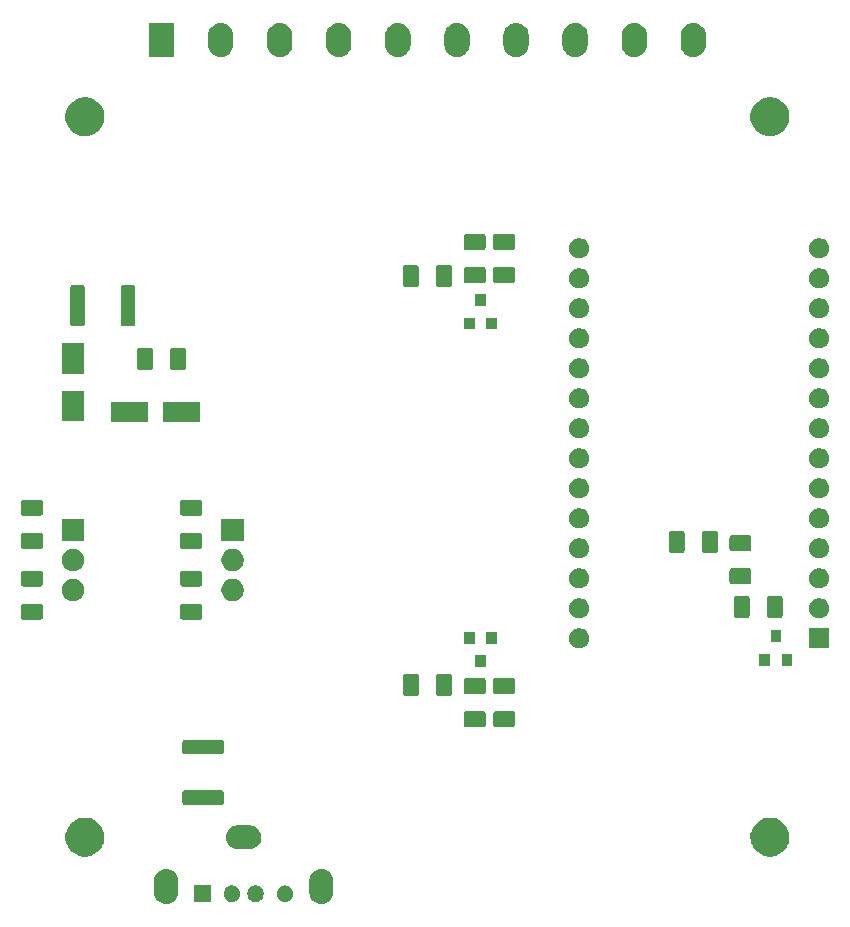
<source format=gbr>
G04 #@! TF.GenerationSoftware,KiCad,Pcbnew,(5.0.1)-4*
G04 #@! TF.CreationDate,2020-08-30T22:44:21+08:00*
G04 #@! TF.ProjectId,remote-monitor,72656D6F74652D6D6F6E69746F722E6B,rev?*
G04 #@! TF.SameCoordinates,Original*
G04 #@! TF.FileFunction,Soldermask,Top*
G04 #@! TF.FilePolarity,Negative*
%FSLAX46Y46*%
G04 Gerber Fmt 4.6, Leading zero omitted, Abs format (unit mm)*
G04 Created by KiCad (PCBNEW (5.0.1)-4) date 30/08/2020 10:44:21 PM*
%MOMM*%
%LPD*%
G01*
G04 APERTURE LIST*
%ADD10C,0.100000*%
G04 APERTURE END LIST*
D10*
G36*
X113070232Y-120691483D02*
X113258919Y-120748721D01*
X113432817Y-120841671D01*
X113585239Y-120966761D01*
X113710329Y-121119183D01*
X113803279Y-121293081D01*
X113860517Y-121481768D01*
X113875000Y-121628824D01*
X113875000Y-122727176D01*
X113860517Y-122874232D01*
X113803279Y-123062919D01*
X113710329Y-123236817D01*
X113585239Y-123389239D01*
X113432817Y-123514329D01*
X113258918Y-123607279D01*
X113070231Y-123664517D01*
X112874000Y-123683843D01*
X112677768Y-123664517D01*
X112489081Y-123607279D01*
X112315183Y-123514329D01*
X112162761Y-123389239D01*
X112037671Y-123236817D01*
X111944721Y-123062918D01*
X111887483Y-122874231D01*
X111873000Y-122727175D01*
X111873000Y-121628824D01*
X111887483Y-121481768D01*
X111944722Y-121293081D01*
X112037672Y-121119183D01*
X112162762Y-120966761D01*
X112315184Y-120841671D01*
X112489082Y-120748721D01*
X112677769Y-120691483D01*
X112874000Y-120672157D01*
X113070232Y-120691483D01*
X113070232Y-120691483D01*
G37*
G36*
X126210231Y-120691483D02*
X126398918Y-120748721D01*
X126572817Y-120841671D01*
X126725239Y-120966761D01*
X126850329Y-121119183D01*
X126943279Y-121293081D01*
X127000517Y-121481768D01*
X127015000Y-121628824D01*
X127015000Y-122727176D01*
X127000517Y-122874232D01*
X126943279Y-123062919D01*
X126850329Y-123236817D01*
X126725239Y-123389239D01*
X126572817Y-123514329D01*
X126398919Y-123607279D01*
X126210232Y-123664517D01*
X126014000Y-123683843D01*
X125817769Y-123664517D01*
X125629082Y-123607279D01*
X125455184Y-123514329D01*
X125302762Y-123389239D01*
X125177672Y-123236817D01*
X125084722Y-123062919D01*
X125027483Y-122874232D01*
X125013000Y-122727176D01*
X125013000Y-121628825D01*
X125027483Y-121481769D01*
X125084721Y-121293082D01*
X125177671Y-121119183D01*
X125302761Y-120966761D01*
X125455183Y-120841671D01*
X125629081Y-120748721D01*
X125817768Y-120691483D01*
X126014000Y-120672157D01*
X126210231Y-120691483D01*
X126210231Y-120691483D01*
G37*
G36*
X120648472Y-122103938D02*
X120776049Y-122156782D01*
X120890865Y-122233500D01*
X120988500Y-122331135D01*
X121065218Y-122445951D01*
X121118062Y-122573528D01*
X121145000Y-122708956D01*
X121145000Y-122847044D01*
X121118062Y-122982472D01*
X121065218Y-123110049D01*
X120988500Y-123224865D01*
X120890865Y-123322500D01*
X120776049Y-123399218D01*
X120648472Y-123452062D01*
X120513044Y-123479000D01*
X120374956Y-123479000D01*
X120239528Y-123452062D01*
X120111951Y-123399218D01*
X119997135Y-123322500D01*
X119899500Y-123224865D01*
X119822782Y-123110049D01*
X119769938Y-122982472D01*
X119743000Y-122847044D01*
X119743000Y-122708956D01*
X119769938Y-122573528D01*
X119822782Y-122445951D01*
X119899500Y-122331135D01*
X119997135Y-122233500D01*
X120111951Y-122156782D01*
X120239528Y-122103938D01*
X120374956Y-122077000D01*
X120513044Y-122077000D01*
X120648472Y-122103938D01*
X120648472Y-122103938D01*
G37*
G36*
X123148472Y-122103938D02*
X123276049Y-122156782D01*
X123390865Y-122233500D01*
X123488500Y-122331135D01*
X123565218Y-122445951D01*
X123618062Y-122573528D01*
X123645000Y-122708956D01*
X123645000Y-122847044D01*
X123618062Y-122982472D01*
X123565218Y-123110049D01*
X123488500Y-123224865D01*
X123390865Y-123322500D01*
X123276049Y-123399218D01*
X123148472Y-123452062D01*
X123013044Y-123479000D01*
X122874956Y-123479000D01*
X122739528Y-123452062D01*
X122611951Y-123399218D01*
X122497135Y-123322500D01*
X122399500Y-123224865D01*
X122322782Y-123110049D01*
X122269938Y-122982472D01*
X122243000Y-122847044D01*
X122243000Y-122708956D01*
X122269938Y-122573528D01*
X122322782Y-122445951D01*
X122399500Y-122331135D01*
X122497135Y-122233500D01*
X122611951Y-122156782D01*
X122739528Y-122103938D01*
X122874956Y-122077000D01*
X123013044Y-122077000D01*
X123148472Y-122103938D01*
X123148472Y-122103938D01*
G37*
G36*
X116645000Y-123479000D02*
X115243000Y-123479000D01*
X115243000Y-122077000D01*
X116645000Y-122077000D01*
X116645000Y-123479000D01*
X116645000Y-123479000D01*
G37*
G36*
X118648472Y-122103938D02*
X118776049Y-122156782D01*
X118890865Y-122233500D01*
X118988500Y-122331135D01*
X119065218Y-122445951D01*
X119118062Y-122573528D01*
X119145000Y-122708956D01*
X119145000Y-122847044D01*
X119118062Y-122982472D01*
X119065218Y-123110049D01*
X118988500Y-123224865D01*
X118890865Y-123322500D01*
X118776049Y-123399218D01*
X118648472Y-123452062D01*
X118513044Y-123479000D01*
X118374956Y-123479000D01*
X118239528Y-123452062D01*
X118111951Y-123399218D01*
X117997135Y-123322500D01*
X117899500Y-123224865D01*
X117822782Y-123110049D01*
X117769938Y-122982472D01*
X117743000Y-122847044D01*
X117743000Y-122708956D01*
X117769938Y-122573528D01*
X117822782Y-122445951D01*
X117899500Y-122331135D01*
X117997135Y-122233500D01*
X118111951Y-122156782D01*
X118239528Y-122103938D01*
X118374956Y-122077000D01*
X118513044Y-122077000D01*
X118648472Y-122103938D01*
X118648472Y-122103938D01*
G37*
G36*
X164375256Y-116391298D02*
X164481579Y-116412447D01*
X164782042Y-116536903D01*
X165048852Y-116715180D01*
X165052454Y-116717587D01*
X165282413Y-116947546D01*
X165282415Y-116947549D01*
X165463097Y-117217958D01*
X165554732Y-117439183D01*
X165587553Y-117518422D01*
X165651000Y-117837389D01*
X165651000Y-118162611D01*
X165644710Y-118194232D01*
X165587553Y-118481579D01*
X165463097Y-118782042D01*
X165428160Y-118834329D01*
X165282413Y-119052454D01*
X165052454Y-119282413D01*
X165052451Y-119282415D01*
X164782042Y-119463097D01*
X164481579Y-119587553D01*
X164375256Y-119608702D01*
X164162611Y-119651000D01*
X163837389Y-119651000D01*
X163624744Y-119608702D01*
X163518421Y-119587553D01*
X163217958Y-119463097D01*
X162947549Y-119282415D01*
X162947546Y-119282413D01*
X162717587Y-119052454D01*
X162571840Y-118834329D01*
X162536903Y-118782042D01*
X162412447Y-118481579D01*
X162355290Y-118194232D01*
X162349000Y-118162611D01*
X162349000Y-117837389D01*
X162412447Y-117518422D01*
X162445269Y-117439183D01*
X162536903Y-117217958D01*
X162717585Y-116947549D01*
X162717587Y-116947546D01*
X162947546Y-116717587D01*
X162951148Y-116715180D01*
X163217958Y-116536903D01*
X163518421Y-116412447D01*
X163624744Y-116391298D01*
X163837389Y-116349000D01*
X164162611Y-116349000D01*
X164375256Y-116391298D01*
X164375256Y-116391298D01*
G37*
G36*
X106375256Y-116391298D02*
X106481579Y-116412447D01*
X106782042Y-116536903D01*
X107048852Y-116715180D01*
X107052454Y-116717587D01*
X107282413Y-116947546D01*
X107282415Y-116947549D01*
X107463097Y-117217958D01*
X107554732Y-117439183D01*
X107587553Y-117518422D01*
X107651000Y-117837389D01*
X107651000Y-118162611D01*
X107644710Y-118194232D01*
X107587553Y-118481579D01*
X107463097Y-118782042D01*
X107428160Y-118834329D01*
X107282413Y-119052454D01*
X107052454Y-119282413D01*
X107052451Y-119282415D01*
X106782042Y-119463097D01*
X106481579Y-119587553D01*
X106375256Y-119608702D01*
X106162611Y-119651000D01*
X105837389Y-119651000D01*
X105624744Y-119608702D01*
X105518421Y-119587553D01*
X105217958Y-119463097D01*
X104947549Y-119282415D01*
X104947546Y-119282413D01*
X104717587Y-119052454D01*
X104571840Y-118834329D01*
X104536903Y-118782042D01*
X104412447Y-118481579D01*
X104355290Y-118194232D01*
X104349000Y-118162611D01*
X104349000Y-117837389D01*
X104412447Y-117518422D01*
X104445269Y-117439183D01*
X104536903Y-117217958D01*
X104717585Y-116947549D01*
X104717587Y-116947546D01*
X104947546Y-116717587D01*
X104951148Y-116715180D01*
X105217958Y-116536903D01*
X105518421Y-116412447D01*
X105624744Y-116391298D01*
X105837389Y-116349000D01*
X106162611Y-116349000D01*
X106375256Y-116391298D01*
X106375256Y-116391298D01*
G37*
G36*
X120140232Y-117011483D02*
X120328919Y-117068721D01*
X120502817Y-117161671D01*
X120655239Y-117286761D01*
X120780329Y-117439183D01*
X120873279Y-117613081D01*
X120930517Y-117801768D01*
X120949843Y-117998000D01*
X120930517Y-118194232D01*
X120873279Y-118382919D01*
X120780329Y-118556817D01*
X120655239Y-118709239D01*
X120502817Y-118834329D01*
X120328919Y-118927279D01*
X120140232Y-118984517D01*
X119993176Y-118999000D01*
X118894824Y-118999000D01*
X118747768Y-118984517D01*
X118559081Y-118927279D01*
X118385183Y-118834329D01*
X118232761Y-118709239D01*
X118107671Y-118556817D01*
X118014721Y-118382919D01*
X117957483Y-118194232D01*
X117938157Y-117998000D01*
X117957483Y-117801768D01*
X118014721Y-117613081D01*
X118107671Y-117439183D01*
X118232761Y-117286761D01*
X118385183Y-117161671D01*
X118559081Y-117068721D01*
X118747768Y-117011483D01*
X118894824Y-116997000D01*
X119993176Y-116997000D01*
X120140232Y-117011483D01*
X120140232Y-117011483D01*
G37*
G36*
X117587308Y-114028498D02*
X117625317Y-114040028D01*
X117660348Y-114058753D01*
X117691050Y-114083950D01*
X117716247Y-114114652D01*
X117734972Y-114149683D01*
X117746502Y-114187692D01*
X117751000Y-114233362D01*
X117751000Y-115041638D01*
X117746502Y-115087308D01*
X117734972Y-115125317D01*
X117716247Y-115160348D01*
X117691050Y-115191050D01*
X117660348Y-115216247D01*
X117625317Y-115234972D01*
X117587308Y-115246502D01*
X117541638Y-115251000D01*
X114458362Y-115251000D01*
X114412692Y-115246502D01*
X114374683Y-115234972D01*
X114339652Y-115216247D01*
X114308950Y-115191050D01*
X114283753Y-115160348D01*
X114265028Y-115125317D01*
X114253498Y-115087308D01*
X114249000Y-115041638D01*
X114249000Y-114233362D01*
X114253498Y-114187692D01*
X114265028Y-114149683D01*
X114283753Y-114114652D01*
X114308950Y-114083950D01*
X114339652Y-114058753D01*
X114374683Y-114040028D01*
X114412692Y-114028498D01*
X114458362Y-114024000D01*
X117541638Y-114024000D01*
X117587308Y-114028498D01*
X117587308Y-114028498D01*
G37*
G36*
X117587308Y-109753498D02*
X117625317Y-109765028D01*
X117660348Y-109783753D01*
X117691050Y-109808950D01*
X117716247Y-109839652D01*
X117734972Y-109874683D01*
X117746502Y-109912692D01*
X117751000Y-109958362D01*
X117751000Y-110766638D01*
X117746502Y-110812308D01*
X117734972Y-110850317D01*
X117716247Y-110885348D01*
X117691050Y-110916050D01*
X117660348Y-110941247D01*
X117625317Y-110959972D01*
X117587308Y-110971502D01*
X117541638Y-110976000D01*
X114458362Y-110976000D01*
X114412692Y-110971502D01*
X114374683Y-110959972D01*
X114339652Y-110941247D01*
X114308950Y-110916050D01*
X114283753Y-110885348D01*
X114265028Y-110850317D01*
X114253498Y-110812308D01*
X114249000Y-110766638D01*
X114249000Y-109958362D01*
X114253498Y-109912692D01*
X114265028Y-109874683D01*
X114283753Y-109839652D01*
X114308950Y-109808950D01*
X114339652Y-109783753D01*
X114374683Y-109765028D01*
X114412692Y-109753498D01*
X114458362Y-109749000D01*
X117541638Y-109749000D01*
X117587308Y-109753498D01*
X117587308Y-109753498D01*
G37*
G36*
X142268604Y-107328347D02*
X142305145Y-107339432D01*
X142338820Y-107357431D01*
X142368341Y-107381659D01*
X142392569Y-107411180D01*
X142410568Y-107444855D01*
X142421653Y-107481396D01*
X142426000Y-107525538D01*
X142426000Y-108474462D01*
X142421653Y-108518604D01*
X142410568Y-108555145D01*
X142392569Y-108588820D01*
X142368341Y-108618341D01*
X142338820Y-108642569D01*
X142305145Y-108660568D01*
X142268604Y-108671653D01*
X142224462Y-108676000D01*
X140775538Y-108676000D01*
X140731396Y-108671653D01*
X140694855Y-108660568D01*
X140661180Y-108642569D01*
X140631659Y-108618341D01*
X140607431Y-108588820D01*
X140589432Y-108555145D01*
X140578347Y-108518604D01*
X140574000Y-108474462D01*
X140574000Y-107525538D01*
X140578347Y-107481396D01*
X140589432Y-107444855D01*
X140607431Y-107411180D01*
X140631659Y-107381659D01*
X140661180Y-107357431D01*
X140694855Y-107339432D01*
X140731396Y-107328347D01*
X140775538Y-107324000D01*
X142224462Y-107324000D01*
X142268604Y-107328347D01*
X142268604Y-107328347D01*
G37*
G36*
X139768604Y-107328347D02*
X139805145Y-107339432D01*
X139838820Y-107357431D01*
X139868341Y-107381659D01*
X139892569Y-107411180D01*
X139910568Y-107444855D01*
X139921653Y-107481396D01*
X139926000Y-107525538D01*
X139926000Y-108474462D01*
X139921653Y-108518604D01*
X139910568Y-108555145D01*
X139892569Y-108588820D01*
X139868341Y-108618341D01*
X139838820Y-108642569D01*
X139805145Y-108660568D01*
X139768604Y-108671653D01*
X139724462Y-108676000D01*
X138275538Y-108676000D01*
X138231396Y-108671653D01*
X138194855Y-108660568D01*
X138161180Y-108642569D01*
X138131659Y-108618341D01*
X138107431Y-108588820D01*
X138089432Y-108555145D01*
X138078347Y-108518604D01*
X138074000Y-108474462D01*
X138074000Y-107525538D01*
X138078347Y-107481396D01*
X138089432Y-107444855D01*
X138107431Y-107411180D01*
X138131659Y-107381659D01*
X138161180Y-107357431D01*
X138194855Y-107339432D01*
X138231396Y-107328347D01*
X138275538Y-107324000D01*
X139724462Y-107324000D01*
X139768604Y-107328347D01*
X139768604Y-107328347D01*
G37*
G36*
X134118604Y-104178347D02*
X134155145Y-104189432D01*
X134188820Y-104207431D01*
X134218341Y-104231659D01*
X134242569Y-104261180D01*
X134260568Y-104294855D01*
X134271653Y-104331396D01*
X134276000Y-104375538D01*
X134276000Y-105824462D01*
X134271653Y-105868604D01*
X134260568Y-105905145D01*
X134242569Y-105938820D01*
X134218341Y-105968341D01*
X134188820Y-105992569D01*
X134155145Y-106010568D01*
X134118604Y-106021653D01*
X134074462Y-106026000D01*
X133125538Y-106026000D01*
X133081396Y-106021653D01*
X133044855Y-106010568D01*
X133011180Y-105992569D01*
X132981659Y-105968341D01*
X132957431Y-105938820D01*
X132939432Y-105905145D01*
X132928347Y-105868604D01*
X132924000Y-105824462D01*
X132924000Y-104375538D01*
X132928347Y-104331396D01*
X132939432Y-104294855D01*
X132957431Y-104261180D01*
X132981659Y-104231659D01*
X133011180Y-104207431D01*
X133044855Y-104189432D01*
X133081396Y-104178347D01*
X133125538Y-104174000D01*
X134074462Y-104174000D01*
X134118604Y-104178347D01*
X134118604Y-104178347D01*
G37*
G36*
X136918604Y-104178347D02*
X136955145Y-104189432D01*
X136988820Y-104207431D01*
X137018341Y-104231659D01*
X137042569Y-104261180D01*
X137060568Y-104294855D01*
X137071653Y-104331396D01*
X137076000Y-104375538D01*
X137076000Y-105824462D01*
X137071653Y-105868604D01*
X137060568Y-105905145D01*
X137042569Y-105938820D01*
X137018341Y-105968341D01*
X136988820Y-105992569D01*
X136955145Y-106010568D01*
X136918604Y-106021653D01*
X136874462Y-106026000D01*
X135925538Y-106026000D01*
X135881396Y-106021653D01*
X135844855Y-106010568D01*
X135811180Y-105992569D01*
X135781659Y-105968341D01*
X135757431Y-105938820D01*
X135739432Y-105905145D01*
X135728347Y-105868604D01*
X135724000Y-105824462D01*
X135724000Y-104375538D01*
X135728347Y-104331396D01*
X135739432Y-104294855D01*
X135757431Y-104261180D01*
X135781659Y-104231659D01*
X135811180Y-104207431D01*
X135844855Y-104189432D01*
X135881396Y-104178347D01*
X135925538Y-104174000D01*
X136874462Y-104174000D01*
X136918604Y-104178347D01*
X136918604Y-104178347D01*
G37*
G36*
X139768604Y-104528347D02*
X139805145Y-104539432D01*
X139838820Y-104557431D01*
X139868341Y-104581659D01*
X139892569Y-104611180D01*
X139910568Y-104644855D01*
X139921653Y-104681396D01*
X139926000Y-104725538D01*
X139926000Y-105674462D01*
X139921653Y-105718604D01*
X139910568Y-105755145D01*
X139892569Y-105788820D01*
X139868341Y-105818341D01*
X139838820Y-105842569D01*
X139805145Y-105860568D01*
X139768604Y-105871653D01*
X139724462Y-105876000D01*
X138275538Y-105876000D01*
X138231396Y-105871653D01*
X138194855Y-105860568D01*
X138161180Y-105842569D01*
X138131659Y-105818341D01*
X138107431Y-105788820D01*
X138089432Y-105755145D01*
X138078347Y-105718604D01*
X138074000Y-105674462D01*
X138074000Y-104725538D01*
X138078347Y-104681396D01*
X138089432Y-104644855D01*
X138107431Y-104611180D01*
X138131659Y-104581659D01*
X138161180Y-104557431D01*
X138194855Y-104539432D01*
X138231396Y-104528347D01*
X138275538Y-104524000D01*
X139724462Y-104524000D01*
X139768604Y-104528347D01*
X139768604Y-104528347D01*
G37*
G36*
X142268604Y-104528347D02*
X142305145Y-104539432D01*
X142338820Y-104557431D01*
X142368341Y-104581659D01*
X142392569Y-104611180D01*
X142410568Y-104644855D01*
X142421653Y-104681396D01*
X142426000Y-104725538D01*
X142426000Y-105674462D01*
X142421653Y-105718604D01*
X142410568Y-105755145D01*
X142392569Y-105788820D01*
X142368341Y-105818341D01*
X142338820Y-105842569D01*
X142305145Y-105860568D01*
X142268604Y-105871653D01*
X142224462Y-105876000D01*
X140775538Y-105876000D01*
X140731396Y-105871653D01*
X140694855Y-105860568D01*
X140661180Y-105842569D01*
X140631659Y-105818341D01*
X140607431Y-105788820D01*
X140589432Y-105755145D01*
X140578347Y-105718604D01*
X140574000Y-105674462D01*
X140574000Y-104725538D01*
X140578347Y-104681396D01*
X140589432Y-104644855D01*
X140607431Y-104611180D01*
X140631659Y-104581659D01*
X140661180Y-104557431D01*
X140694855Y-104539432D01*
X140731396Y-104528347D01*
X140775538Y-104524000D01*
X142224462Y-104524000D01*
X142268604Y-104528347D01*
X142268604Y-104528347D01*
G37*
G36*
X139951000Y-103601000D02*
X139049000Y-103601000D01*
X139049000Y-102599000D01*
X139951000Y-102599000D01*
X139951000Y-103601000D01*
X139951000Y-103601000D01*
G37*
G36*
X164001000Y-103501000D02*
X163099000Y-103501000D01*
X163099000Y-102499000D01*
X164001000Y-102499000D01*
X164001000Y-103501000D01*
X164001000Y-103501000D01*
G37*
G36*
X165901000Y-103501000D02*
X164999000Y-103501000D01*
X164999000Y-102499000D01*
X165901000Y-102499000D01*
X165901000Y-103501000D01*
X165901000Y-103501000D01*
G37*
G36*
X148088228Y-100341703D02*
X148243100Y-100405853D01*
X148382481Y-100498985D01*
X148501015Y-100617519D01*
X148594147Y-100756900D01*
X148658297Y-100911772D01*
X148691000Y-101076184D01*
X148691000Y-101243816D01*
X148658297Y-101408228D01*
X148594147Y-101563100D01*
X148501015Y-101702481D01*
X148382481Y-101821015D01*
X148243100Y-101914147D01*
X148088228Y-101978297D01*
X147923816Y-102011000D01*
X147756184Y-102011000D01*
X147591772Y-101978297D01*
X147436900Y-101914147D01*
X147297519Y-101821015D01*
X147178985Y-101702481D01*
X147085853Y-101563100D01*
X147021703Y-101408228D01*
X146989000Y-101243816D01*
X146989000Y-101076184D01*
X147021703Y-100911772D01*
X147085853Y-100756900D01*
X147178985Y-100617519D01*
X147297519Y-100498985D01*
X147436900Y-100405853D01*
X147591772Y-100341703D01*
X147756184Y-100309000D01*
X147923816Y-100309000D01*
X148088228Y-100341703D01*
X148088228Y-100341703D01*
G37*
G36*
X169011000Y-102011000D02*
X167309000Y-102011000D01*
X167309000Y-100309000D01*
X169011000Y-100309000D01*
X169011000Y-102011000D01*
X169011000Y-102011000D01*
G37*
G36*
X139001000Y-101601000D02*
X138099000Y-101601000D01*
X138099000Y-100599000D01*
X139001000Y-100599000D01*
X139001000Y-101601000D01*
X139001000Y-101601000D01*
G37*
G36*
X140901000Y-101601000D02*
X139999000Y-101601000D01*
X139999000Y-100599000D01*
X140901000Y-100599000D01*
X140901000Y-101601000D01*
X140901000Y-101601000D01*
G37*
G36*
X164951000Y-101501000D02*
X164049000Y-101501000D01*
X164049000Y-100499000D01*
X164951000Y-100499000D01*
X164951000Y-101501000D01*
X164951000Y-101501000D01*
G37*
G36*
X115768604Y-98228347D02*
X115805145Y-98239432D01*
X115838820Y-98257431D01*
X115868341Y-98281659D01*
X115892569Y-98311180D01*
X115910568Y-98344855D01*
X115921653Y-98381396D01*
X115926000Y-98425538D01*
X115926000Y-99374462D01*
X115921653Y-99418604D01*
X115910568Y-99455145D01*
X115892569Y-99488820D01*
X115868341Y-99518341D01*
X115838820Y-99542569D01*
X115805145Y-99560568D01*
X115768604Y-99571653D01*
X115724462Y-99576000D01*
X114275538Y-99576000D01*
X114231396Y-99571653D01*
X114194855Y-99560568D01*
X114161180Y-99542569D01*
X114131659Y-99518341D01*
X114107431Y-99488820D01*
X114089432Y-99455145D01*
X114078347Y-99418604D01*
X114074000Y-99374462D01*
X114074000Y-98425538D01*
X114078347Y-98381396D01*
X114089432Y-98344855D01*
X114107431Y-98311180D01*
X114131659Y-98281659D01*
X114161180Y-98257431D01*
X114194855Y-98239432D01*
X114231396Y-98228347D01*
X114275538Y-98224000D01*
X115724462Y-98224000D01*
X115768604Y-98228347D01*
X115768604Y-98228347D01*
G37*
G36*
X102268604Y-98228347D02*
X102305145Y-98239432D01*
X102338820Y-98257431D01*
X102368341Y-98281659D01*
X102392569Y-98311180D01*
X102410568Y-98344855D01*
X102421653Y-98381396D01*
X102426000Y-98425538D01*
X102426000Y-99374462D01*
X102421653Y-99418604D01*
X102410568Y-99455145D01*
X102392569Y-99488820D01*
X102368341Y-99518341D01*
X102338820Y-99542569D01*
X102305145Y-99560568D01*
X102268604Y-99571653D01*
X102224462Y-99576000D01*
X100775538Y-99576000D01*
X100731396Y-99571653D01*
X100694855Y-99560568D01*
X100661180Y-99542569D01*
X100631659Y-99518341D01*
X100607431Y-99488820D01*
X100589432Y-99455145D01*
X100578347Y-99418604D01*
X100574000Y-99374462D01*
X100574000Y-98425538D01*
X100578347Y-98381396D01*
X100589432Y-98344855D01*
X100607431Y-98311180D01*
X100631659Y-98281659D01*
X100661180Y-98257431D01*
X100694855Y-98239432D01*
X100731396Y-98228347D01*
X100775538Y-98224000D01*
X102224462Y-98224000D01*
X102268604Y-98228347D01*
X102268604Y-98228347D01*
G37*
G36*
X168408228Y-97801703D02*
X168563100Y-97865853D01*
X168702481Y-97958985D01*
X168821015Y-98077519D01*
X168914147Y-98216900D01*
X168978297Y-98371772D01*
X169011000Y-98536184D01*
X169011000Y-98703816D01*
X168978297Y-98868228D01*
X168914147Y-99023100D01*
X168821015Y-99162481D01*
X168702481Y-99281015D01*
X168563100Y-99374147D01*
X168408228Y-99438297D01*
X168243816Y-99471000D01*
X168076184Y-99471000D01*
X167911772Y-99438297D01*
X167756900Y-99374147D01*
X167617519Y-99281015D01*
X167498985Y-99162481D01*
X167405853Y-99023100D01*
X167341703Y-98868228D01*
X167309000Y-98703816D01*
X167309000Y-98536184D01*
X167341703Y-98371772D01*
X167405853Y-98216900D01*
X167498985Y-98077519D01*
X167617519Y-97958985D01*
X167756900Y-97865853D01*
X167911772Y-97801703D01*
X168076184Y-97769000D01*
X168243816Y-97769000D01*
X168408228Y-97801703D01*
X168408228Y-97801703D01*
G37*
G36*
X148088228Y-97801703D02*
X148243100Y-97865853D01*
X148382481Y-97958985D01*
X148501015Y-98077519D01*
X148594147Y-98216900D01*
X148658297Y-98371772D01*
X148691000Y-98536184D01*
X148691000Y-98703816D01*
X148658297Y-98868228D01*
X148594147Y-99023100D01*
X148501015Y-99162481D01*
X148382481Y-99281015D01*
X148243100Y-99374147D01*
X148088228Y-99438297D01*
X147923816Y-99471000D01*
X147756184Y-99471000D01*
X147591772Y-99438297D01*
X147436900Y-99374147D01*
X147297519Y-99281015D01*
X147178985Y-99162481D01*
X147085853Y-99023100D01*
X147021703Y-98868228D01*
X146989000Y-98703816D01*
X146989000Y-98536184D01*
X147021703Y-98371772D01*
X147085853Y-98216900D01*
X147178985Y-98077519D01*
X147297519Y-97958985D01*
X147436900Y-97865853D01*
X147591772Y-97801703D01*
X147756184Y-97769000D01*
X147923816Y-97769000D01*
X148088228Y-97801703D01*
X148088228Y-97801703D01*
G37*
G36*
X162118604Y-97578347D02*
X162155145Y-97589432D01*
X162188820Y-97607431D01*
X162218341Y-97631659D01*
X162242569Y-97661180D01*
X162260568Y-97694855D01*
X162271653Y-97731396D01*
X162276000Y-97775538D01*
X162276000Y-99224462D01*
X162271653Y-99268604D01*
X162260568Y-99305145D01*
X162242569Y-99338820D01*
X162218341Y-99368341D01*
X162188820Y-99392569D01*
X162155145Y-99410568D01*
X162118604Y-99421653D01*
X162074462Y-99426000D01*
X161125538Y-99426000D01*
X161081396Y-99421653D01*
X161044855Y-99410568D01*
X161011180Y-99392569D01*
X160981659Y-99368341D01*
X160957431Y-99338820D01*
X160939432Y-99305145D01*
X160928347Y-99268604D01*
X160924000Y-99224462D01*
X160924000Y-97775538D01*
X160928347Y-97731396D01*
X160939432Y-97694855D01*
X160957431Y-97661180D01*
X160981659Y-97631659D01*
X161011180Y-97607431D01*
X161044855Y-97589432D01*
X161081396Y-97578347D01*
X161125538Y-97574000D01*
X162074462Y-97574000D01*
X162118604Y-97578347D01*
X162118604Y-97578347D01*
G37*
G36*
X164918604Y-97578347D02*
X164955145Y-97589432D01*
X164988820Y-97607431D01*
X165018341Y-97631659D01*
X165042569Y-97661180D01*
X165060568Y-97694855D01*
X165071653Y-97731396D01*
X165076000Y-97775538D01*
X165076000Y-99224462D01*
X165071653Y-99268604D01*
X165060568Y-99305145D01*
X165042569Y-99338820D01*
X165018341Y-99368341D01*
X164988820Y-99392569D01*
X164955145Y-99410568D01*
X164918604Y-99421653D01*
X164874462Y-99426000D01*
X163925538Y-99426000D01*
X163881396Y-99421653D01*
X163844855Y-99410568D01*
X163811180Y-99392569D01*
X163781659Y-99368341D01*
X163757431Y-99338820D01*
X163739432Y-99305145D01*
X163728347Y-99268604D01*
X163724000Y-99224462D01*
X163724000Y-97775538D01*
X163728347Y-97731396D01*
X163739432Y-97694855D01*
X163757431Y-97661180D01*
X163781659Y-97631659D01*
X163811180Y-97607431D01*
X163844855Y-97589432D01*
X163881396Y-97578347D01*
X163925538Y-97574000D01*
X164874462Y-97574000D01*
X164918604Y-97578347D01*
X164918604Y-97578347D01*
G37*
G36*
X118777396Y-96165546D02*
X118950466Y-96237234D01*
X119106230Y-96341312D01*
X119238688Y-96473770D01*
X119342766Y-96629534D01*
X119414454Y-96802604D01*
X119451000Y-96986333D01*
X119451000Y-97173667D01*
X119414454Y-97357396D01*
X119342766Y-97530466D01*
X119238688Y-97686230D01*
X119106230Y-97818688D01*
X118950466Y-97922766D01*
X118777396Y-97994454D01*
X118593667Y-98031000D01*
X118406333Y-98031000D01*
X118222604Y-97994454D01*
X118049534Y-97922766D01*
X117893770Y-97818688D01*
X117761312Y-97686230D01*
X117657234Y-97530466D01*
X117585546Y-97357396D01*
X117549000Y-97173667D01*
X117549000Y-96986333D01*
X117585546Y-96802604D01*
X117657234Y-96629534D01*
X117761312Y-96473770D01*
X117893770Y-96341312D01*
X118049534Y-96237234D01*
X118222604Y-96165546D01*
X118406333Y-96129000D01*
X118593667Y-96129000D01*
X118777396Y-96165546D01*
X118777396Y-96165546D01*
G37*
G36*
X105277396Y-96165546D02*
X105450466Y-96237234D01*
X105606230Y-96341312D01*
X105738688Y-96473770D01*
X105842766Y-96629534D01*
X105914454Y-96802604D01*
X105951000Y-96986333D01*
X105951000Y-97173667D01*
X105914454Y-97357396D01*
X105842766Y-97530466D01*
X105738688Y-97686230D01*
X105606230Y-97818688D01*
X105450466Y-97922766D01*
X105277396Y-97994454D01*
X105093667Y-98031000D01*
X104906333Y-98031000D01*
X104722604Y-97994454D01*
X104549534Y-97922766D01*
X104393770Y-97818688D01*
X104261312Y-97686230D01*
X104157234Y-97530466D01*
X104085546Y-97357396D01*
X104049000Y-97173667D01*
X104049000Y-96986333D01*
X104085546Y-96802604D01*
X104157234Y-96629534D01*
X104261312Y-96473770D01*
X104393770Y-96341312D01*
X104549534Y-96237234D01*
X104722604Y-96165546D01*
X104906333Y-96129000D01*
X105093667Y-96129000D01*
X105277396Y-96165546D01*
X105277396Y-96165546D01*
G37*
G36*
X168408228Y-95261703D02*
X168563100Y-95325853D01*
X168702481Y-95418985D01*
X168821015Y-95537519D01*
X168914147Y-95676900D01*
X168978297Y-95831772D01*
X169011000Y-95996184D01*
X169011000Y-96163816D01*
X168978297Y-96328228D01*
X168914147Y-96483100D01*
X168821015Y-96622481D01*
X168702481Y-96741015D01*
X168563100Y-96834147D01*
X168408228Y-96898297D01*
X168243816Y-96931000D01*
X168076184Y-96931000D01*
X167911772Y-96898297D01*
X167756900Y-96834147D01*
X167617519Y-96741015D01*
X167498985Y-96622481D01*
X167405853Y-96483100D01*
X167341703Y-96328228D01*
X167309000Y-96163816D01*
X167309000Y-95996184D01*
X167341703Y-95831772D01*
X167405853Y-95676900D01*
X167498985Y-95537519D01*
X167617519Y-95418985D01*
X167756900Y-95325853D01*
X167911772Y-95261703D01*
X168076184Y-95229000D01*
X168243816Y-95229000D01*
X168408228Y-95261703D01*
X168408228Y-95261703D01*
G37*
G36*
X148088228Y-95261703D02*
X148243100Y-95325853D01*
X148382481Y-95418985D01*
X148501015Y-95537519D01*
X148594147Y-95676900D01*
X148658297Y-95831772D01*
X148691000Y-95996184D01*
X148691000Y-96163816D01*
X148658297Y-96328228D01*
X148594147Y-96483100D01*
X148501015Y-96622481D01*
X148382481Y-96741015D01*
X148243100Y-96834147D01*
X148088228Y-96898297D01*
X147923816Y-96931000D01*
X147756184Y-96931000D01*
X147591772Y-96898297D01*
X147436900Y-96834147D01*
X147297519Y-96741015D01*
X147178985Y-96622481D01*
X147085853Y-96483100D01*
X147021703Y-96328228D01*
X146989000Y-96163816D01*
X146989000Y-95996184D01*
X147021703Y-95831772D01*
X147085853Y-95676900D01*
X147178985Y-95537519D01*
X147297519Y-95418985D01*
X147436900Y-95325853D01*
X147591772Y-95261703D01*
X147756184Y-95229000D01*
X147923816Y-95229000D01*
X148088228Y-95261703D01*
X148088228Y-95261703D01*
G37*
G36*
X115768604Y-95428347D02*
X115805145Y-95439432D01*
X115838820Y-95457431D01*
X115868341Y-95481659D01*
X115892569Y-95511180D01*
X115910568Y-95544855D01*
X115921653Y-95581396D01*
X115926000Y-95625538D01*
X115926000Y-96574462D01*
X115921653Y-96618604D01*
X115910568Y-96655145D01*
X115892569Y-96688820D01*
X115868341Y-96718341D01*
X115838820Y-96742569D01*
X115805145Y-96760568D01*
X115768604Y-96771653D01*
X115724462Y-96776000D01*
X114275538Y-96776000D01*
X114231396Y-96771653D01*
X114194855Y-96760568D01*
X114161180Y-96742569D01*
X114131659Y-96718341D01*
X114107431Y-96688820D01*
X114089432Y-96655145D01*
X114078347Y-96618604D01*
X114074000Y-96574462D01*
X114074000Y-95625538D01*
X114078347Y-95581396D01*
X114089432Y-95544855D01*
X114107431Y-95511180D01*
X114131659Y-95481659D01*
X114161180Y-95457431D01*
X114194855Y-95439432D01*
X114231396Y-95428347D01*
X114275538Y-95424000D01*
X115724462Y-95424000D01*
X115768604Y-95428347D01*
X115768604Y-95428347D01*
G37*
G36*
X102268604Y-95428347D02*
X102305145Y-95439432D01*
X102338820Y-95457431D01*
X102368341Y-95481659D01*
X102392569Y-95511180D01*
X102410568Y-95544855D01*
X102421653Y-95581396D01*
X102426000Y-95625538D01*
X102426000Y-96574462D01*
X102421653Y-96618604D01*
X102410568Y-96655145D01*
X102392569Y-96688820D01*
X102368341Y-96718341D01*
X102338820Y-96742569D01*
X102305145Y-96760568D01*
X102268604Y-96771653D01*
X102224462Y-96776000D01*
X100775538Y-96776000D01*
X100731396Y-96771653D01*
X100694855Y-96760568D01*
X100661180Y-96742569D01*
X100631659Y-96718341D01*
X100607431Y-96688820D01*
X100589432Y-96655145D01*
X100578347Y-96618604D01*
X100574000Y-96574462D01*
X100574000Y-95625538D01*
X100578347Y-95581396D01*
X100589432Y-95544855D01*
X100607431Y-95511180D01*
X100631659Y-95481659D01*
X100661180Y-95457431D01*
X100694855Y-95439432D01*
X100731396Y-95428347D01*
X100775538Y-95424000D01*
X102224462Y-95424000D01*
X102268604Y-95428347D01*
X102268604Y-95428347D01*
G37*
G36*
X162268604Y-95228347D02*
X162305145Y-95239432D01*
X162338820Y-95257431D01*
X162368341Y-95281659D01*
X162392569Y-95311180D01*
X162410568Y-95344855D01*
X162421653Y-95381396D01*
X162426000Y-95425538D01*
X162426000Y-96374462D01*
X162421653Y-96418604D01*
X162410568Y-96455145D01*
X162392569Y-96488820D01*
X162368341Y-96518341D01*
X162338820Y-96542569D01*
X162305145Y-96560568D01*
X162268604Y-96571653D01*
X162224462Y-96576000D01*
X160775538Y-96576000D01*
X160731396Y-96571653D01*
X160694855Y-96560568D01*
X160661180Y-96542569D01*
X160631659Y-96518341D01*
X160607431Y-96488820D01*
X160589432Y-96455145D01*
X160578347Y-96418604D01*
X160574000Y-96374462D01*
X160574000Y-95425538D01*
X160578347Y-95381396D01*
X160589432Y-95344855D01*
X160607431Y-95311180D01*
X160631659Y-95281659D01*
X160661180Y-95257431D01*
X160694855Y-95239432D01*
X160731396Y-95228347D01*
X160775538Y-95224000D01*
X162224462Y-95224000D01*
X162268604Y-95228347D01*
X162268604Y-95228347D01*
G37*
G36*
X118777396Y-93625546D02*
X118950466Y-93697234D01*
X119106230Y-93801312D01*
X119238688Y-93933770D01*
X119342766Y-94089534D01*
X119414454Y-94262604D01*
X119451000Y-94446333D01*
X119451000Y-94633667D01*
X119414454Y-94817396D01*
X119342766Y-94990466D01*
X119238688Y-95146230D01*
X119106230Y-95278688D01*
X118950466Y-95382766D01*
X118777396Y-95454454D01*
X118593667Y-95491000D01*
X118406333Y-95491000D01*
X118222604Y-95454454D01*
X118049534Y-95382766D01*
X117893770Y-95278688D01*
X117761312Y-95146230D01*
X117657234Y-94990466D01*
X117585546Y-94817396D01*
X117549000Y-94633667D01*
X117549000Y-94446333D01*
X117585546Y-94262604D01*
X117657234Y-94089534D01*
X117761312Y-93933770D01*
X117893770Y-93801312D01*
X118049534Y-93697234D01*
X118222604Y-93625546D01*
X118406333Y-93589000D01*
X118593667Y-93589000D01*
X118777396Y-93625546D01*
X118777396Y-93625546D01*
G37*
G36*
X105277396Y-93625546D02*
X105450466Y-93697234D01*
X105606230Y-93801312D01*
X105738688Y-93933770D01*
X105842766Y-94089534D01*
X105914454Y-94262604D01*
X105951000Y-94446333D01*
X105951000Y-94633667D01*
X105914454Y-94817396D01*
X105842766Y-94990466D01*
X105738688Y-95146230D01*
X105606230Y-95278688D01*
X105450466Y-95382766D01*
X105277396Y-95454454D01*
X105093667Y-95491000D01*
X104906333Y-95491000D01*
X104722604Y-95454454D01*
X104549534Y-95382766D01*
X104393770Y-95278688D01*
X104261312Y-95146230D01*
X104157234Y-94990466D01*
X104085546Y-94817396D01*
X104049000Y-94633667D01*
X104049000Y-94446333D01*
X104085546Y-94262604D01*
X104157234Y-94089534D01*
X104261312Y-93933770D01*
X104393770Y-93801312D01*
X104549534Y-93697234D01*
X104722604Y-93625546D01*
X104906333Y-93589000D01*
X105093667Y-93589000D01*
X105277396Y-93625546D01*
X105277396Y-93625546D01*
G37*
G36*
X148088228Y-92721703D02*
X148243100Y-92785853D01*
X148382481Y-92878985D01*
X148501015Y-92997519D01*
X148594147Y-93136900D01*
X148658297Y-93291772D01*
X148691000Y-93456184D01*
X148691000Y-93623816D01*
X148658297Y-93788228D01*
X148594147Y-93943100D01*
X148501015Y-94082481D01*
X148382481Y-94201015D01*
X148243100Y-94294147D01*
X148088228Y-94358297D01*
X147923816Y-94391000D01*
X147756184Y-94391000D01*
X147591772Y-94358297D01*
X147436900Y-94294147D01*
X147297519Y-94201015D01*
X147178985Y-94082481D01*
X147085853Y-93943100D01*
X147021703Y-93788228D01*
X146989000Y-93623816D01*
X146989000Y-93456184D01*
X147021703Y-93291772D01*
X147085853Y-93136900D01*
X147178985Y-92997519D01*
X147297519Y-92878985D01*
X147436900Y-92785853D01*
X147591772Y-92721703D01*
X147756184Y-92689000D01*
X147923816Y-92689000D01*
X148088228Y-92721703D01*
X148088228Y-92721703D01*
G37*
G36*
X168408228Y-92721703D02*
X168563100Y-92785853D01*
X168702481Y-92878985D01*
X168821015Y-92997519D01*
X168914147Y-93136900D01*
X168978297Y-93291772D01*
X169011000Y-93456184D01*
X169011000Y-93623816D01*
X168978297Y-93788228D01*
X168914147Y-93943100D01*
X168821015Y-94082481D01*
X168702481Y-94201015D01*
X168563100Y-94294147D01*
X168408228Y-94358297D01*
X168243816Y-94391000D01*
X168076184Y-94391000D01*
X167911772Y-94358297D01*
X167756900Y-94294147D01*
X167617519Y-94201015D01*
X167498985Y-94082481D01*
X167405853Y-93943100D01*
X167341703Y-93788228D01*
X167309000Y-93623816D01*
X167309000Y-93456184D01*
X167341703Y-93291772D01*
X167405853Y-93136900D01*
X167498985Y-92997519D01*
X167617519Y-92878985D01*
X167756900Y-92785853D01*
X167911772Y-92721703D01*
X168076184Y-92689000D01*
X168243816Y-92689000D01*
X168408228Y-92721703D01*
X168408228Y-92721703D01*
G37*
G36*
X156618604Y-92078347D02*
X156655145Y-92089432D01*
X156688820Y-92107431D01*
X156718341Y-92131659D01*
X156742569Y-92161180D01*
X156760568Y-92194855D01*
X156771653Y-92231396D01*
X156776000Y-92275538D01*
X156776000Y-93724462D01*
X156771653Y-93768604D01*
X156760568Y-93805145D01*
X156742569Y-93838820D01*
X156718341Y-93868341D01*
X156688820Y-93892569D01*
X156655145Y-93910568D01*
X156618604Y-93921653D01*
X156574462Y-93926000D01*
X155625538Y-93926000D01*
X155581396Y-93921653D01*
X155544855Y-93910568D01*
X155511180Y-93892569D01*
X155481659Y-93868341D01*
X155457431Y-93838820D01*
X155439432Y-93805145D01*
X155428347Y-93768604D01*
X155424000Y-93724462D01*
X155424000Y-92275538D01*
X155428347Y-92231396D01*
X155439432Y-92194855D01*
X155457431Y-92161180D01*
X155481659Y-92131659D01*
X155511180Y-92107431D01*
X155544855Y-92089432D01*
X155581396Y-92078347D01*
X155625538Y-92074000D01*
X156574462Y-92074000D01*
X156618604Y-92078347D01*
X156618604Y-92078347D01*
G37*
G36*
X159418604Y-92078347D02*
X159455145Y-92089432D01*
X159488820Y-92107431D01*
X159518341Y-92131659D01*
X159542569Y-92161180D01*
X159560568Y-92194855D01*
X159571653Y-92231396D01*
X159576000Y-92275538D01*
X159576000Y-93724462D01*
X159571653Y-93768604D01*
X159560568Y-93805145D01*
X159542569Y-93838820D01*
X159518341Y-93868341D01*
X159488820Y-93892569D01*
X159455145Y-93910568D01*
X159418604Y-93921653D01*
X159374462Y-93926000D01*
X158425538Y-93926000D01*
X158381396Y-93921653D01*
X158344855Y-93910568D01*
X158311180Y-93892569D01*
X158281659Y-93868341D01*
X158257431Y-93838820D01*
X158239432Y-93805145D01*
X158228347Y-93768604D01*
X158224000Y-93724462D01*
X158224000Y-92275538D01*
X158228347Y-92231396D01*
X158239432Y-92194855D01*
X158257431Y-92161180D01*
X158281659Y-92131659D01*
X158311180Y-92107431D01*
X158344855Y-92089432D01*
X158381396Y-92078347D01*
X158425538Y-92074000D01*
X159374462Y-92074000D01*
X159418604Y-92078347D01*
X159418604Y-92078347D01*
G37*
G36*
X162268604Y-92428347D02*
X162305145Y-92439432D01*
X162338820Y-92457431D01*
X162368341Y-92481659D01*
X162392569Y-92511180D01*
X162410568Y-92544855D01*
X162421653Y-92581396D01*
X162426000Y-92625538D01*
X162426000Y-93574462D01*
X162421653Y-93618604D01*
X162410568Y-93655145D01*
X162392569Y-93688820D01*
X162368341Y-93718341D01*
X162338820Y-93742569D01*
X162305145Y-93760568D01*
X162268604Y-93771653D01*
X162224462Y-93776000D01*
X160775538Y-93776000D01*
X160731396Y-93771653D01*
X160694855Y-93760568D01*
X160661180Y-93742569D01*
X160631659Y-93718341D01*
X160607431Y-93688820D01*
X160589432Y-93655145D01*
X160578347Y-93618604D01*
X160574000Y-93574462D01*
X160574000Y-92625538D01*
X160578347Y-92581396D01*
X160589432Y-92544855D01*
X160607431Y-92511180D01*
X160631659Y-92481659D01*
X160661180Y-92457431D01*
X160694855Y-92439432D01*
X160731396Y-92428347D01*
X160775538Y-92424000D01*
X162224462Y-92424000D01*
X162268604Y-92428347D01*
X162268604Y-92428347D01*
G37*
G36*
X115768604Y-92228347D02*
X115805145Y-92239432D01*
X115838820Y-92257431D01*
X115868341Y-92281659D01*
X115892569Y-92311180D01*
X115910568Y-92344855D01*
X115921653Y-92381396D01*
X115926000Y-92425538D01*
X115926000Y-93374462D01*
X115921653Y-93418604D01*
X115910568Y-93455145D01*
X115892569Y-93488820D01*
X115868341Y-93518341D01*
X115838820Y-93542569D01*
X115805145Y-93560568D01*
X115768604Y-93571653D01*
X115724462Y-93576000D01*
X114275538Y-93576000D01*
X114231396Y-93571653D01*
X114194855Y-93560568D01*
X114161180Y-93542569D01*
X114131659Y-93518341D01*
X114107431Y-93488820D01*
X114089432Y-93455145D01*
X114078347Y-93418604D01*
X114074000Y-93374462D01*
X114074000Y-92425538D01*
X114078347Y-92381396D01*
X114089432Y-92344855D01*
X114107431Y-92311180D01*
X114131659Y-92281659D01*
X114161180Y-92257431D01*
X114194855Y-92239432D01*
X114231396Y-92228347D01*
X114275538Y-92224000D01*
X115724462Y-92224000D01*
X115768604Y-92228347D01*
X115768604Y-92228347D01*
G37*
G36*
X102268604Y-92228347D02*
X102305145Y-92239432D01*
X102338820Y-92257431D01*
X102368341Y-92281659D01*
X102392569Y-92311180D01*
X102410568Y-92344855D01*
X102421653Y-92381396D01*
X102426000Y-92425538D01*
X102426000Y-93374462D01*
X102421653Y-93418604D01*
X102410568Y-93455145D01*
X102392569Y-93488820D01*
X102368341Y-93518341D01*
X102338820Y-93542569D01*
X102305145Y-93560568D01*
X102268604Y-93571653D01*
X102224462Y-93576000D01*
X100775538Y-93576000D01*
X100731396Y-93571653D01*
X100694855Y-93560568D01*
X100661180Y-93542569D01*
X100631659Y-93518341D01*
X100607431Y-93488820D01*
X100589432Y-93455145D01*
X100578347Y-93418604D01*
X100574000Y-93374462D01*
X100574000Y-92425538D01*
X100578347Y-92381396D01*
X100589432Y-92344855D01*
X100607431Y-92311180D01*
X100631659Y-92281659D01*
X100661180Y-92257431D01*
X100694855Y-92239432D01*
X100731396Y-92228347D01*
X100775538Y-92224000D01*
X102224462Y-92224000D01*
X102268604Y-92228347D01*
X102268604Y-92228347D01*
G37*
G36*
X119451000Y-92951000D02*
X117549000Y-92951000D01*
X117549000Y-91049000D01*
X119451000Y-91049000D01*
X119451000Y-92951000D01*
X119451000Y-92951000D01*
G37*
G36*
X105951000Y-92951000D02*
X104049000Y-92951000D01*
X104049000Y-91049000D01*
X105951000Y-91049000D01*
X105951000Y-92951000D01*
X105951000Y-92951000D01*
G37*
G36*
X168408228Y-90181703D02*
X168563100Y-90245853D01*
X168702481Y-90338985D01*
X168821015Y-90457519D01*
X168914147Y-90596900D01*
X168978297Y-90751772D01*
X169011000Y-90916184D01*
X169011000Y-91083816D01*
X168978297Y-91248228D01*
X168914147Y-91403100D01*
X168821015Y-91542481D01*
X168702481Y-91661015D01*
X168563100Y-91754147D01*
X168408228Y-91818297D01*
X168243816Y-91851000D01*
X168076184Y-91851000D01*
X167911772Y-91818297D01*
X167756900Y-91754147D01*
X167617519Y-91661015D01*
X167498985Y-91542481D01*
X167405853Y-91403100D01*
X167341703Y-91248228D01*
X167309000Y-91083816D01*
X167309000Y-90916184D01*
X167341703Y-90751772D01*
X167405853Y-90596900D01*
X167498985Y-90457519D01*
X167617519Y-90338985D01*
X167756900Y-90245853D01*
X167911772Y-90181703D01*
X168076184Y-90149000D01*
X168243816Y-90149000D01*
X168408228Y-90181703D01*
X168408228Y-90181703D01*
G37*
G36*
X148088228Y-90181703D02*
X148243100Y-90245853D01*
X148382481Y-90338985D01*
X148501015Y-90457519D01*
X148594147Y-90596900D01*
X148658297Y-90751772D01*
X148691000Y-90916184D01*
X148691000Y-91083816D01*
X148658297Y-91248228D01*
X148594147Y-91403100D01*
X148501015Y-91542481D01*
X148382481Y-91661015D01*
X148243100Y-91754147D01*
X148088228Y-91818297D01*
X147923816Y-91851000D01*
X147756184Y-91851000D01*
X147591772Y-91818297D01*
X147436900Y-91754147D01*
X147297519Y-91661015D01*
X147178985Y-91542481D01*
X147085853Y-91403100D01*
X147021703Y-91248228D01*
X146989000Y-91083816D01*
X146989000Y-90916184D01*
X147021703Y-90751772D01*
X147085853Y-90596900D01*
X147178985Y-90457519D01*
X147297519Y-90338985D01*
X147436900Y-90245853D01*
X147591772Y-90181703D01*
X147756184Y-90149000D01*
X147923816Y-90149000D01*
X148088228Y-90181703D01*
X148088228Y-90181703D01*
G37*
G36*
X102268604Y-89428347D02*
X102305145Y-89439432D01*
X102338820Y-89457431D01*
X102368341Y-89481659D01*
X102392569Y-89511180D01*
X102410568Y-89544855D01*
X102421653Y-89581396D01*
X102426000Y-89625538D01*
X102426000Y-90574462D01*
X102421653Y-90618604D01*
X102410568Y-90655145D01*
X102392569Y-90688820D01*
X102368341Y-90718341D01*
X102338820Y-90742569D01*
X102305145Y-90760568D01*
X102268604Y-90771653D01*
X102224462Y-90776000D01*
X100775538Y-90776000D01*
X100731396Y-90771653D01*
X100694855Y-90760568D01*
X100661180Y-90742569D01*
X100631659Y-90718341D01*
X100607431Y-90688820D01*
X100589432Y-90655145D01*
X100578347Y-90618604D01*
X100574000Y-90574462D01*
X100574000Y-89625538D01*
X100578347Y-89581396D01*
X100589432Y-89544855D01*
X100607431Y-89511180D01*
X100631659Y-89481659D01*
X100661180Y-89457431D01*
X100694855Y-89439432D01*
X100731396Y-89428347D01*
X100775538Y-89424000D01*
X102224462Y-89424000D01*
X102268604Y-89428347D01*
X102268604Y-89428347D01*
G37*
G36*
X115768604Y-89428347D02*
X115805145Y-89439432D01*
X115838820Y-89457431D01*
X115868341Y-89481659D01*
X115892569Y-89511180D01*
X115910568Y-89544855D01*
X115921653Y-89581396D01*
X115926000Y-89625538D01*
X115926000Y-90574462D01*
X115921653Y-90618604D01*
X115910568Y-90655145D01*
X115892569Y-90688820D01*
X115868341Y-90718341D01*
X115838820Y-90742569D01*
X115805145Y-90760568D01*
X115768604Y-90771653D01*
X115724462Y-90776000D01*
X114275538Y-90776000D01*
X114231396Y-90771653D01*
X114194855Y-90760568D01*
X114161180Y-90742569D01*
X114131659Y-90718341D01*
X114107431Y-90688820D01*
X114089432Y-90655145D01*
X114078347Y-90618604D01*
X114074000Y-90574462D01*
X114074000Y-89625538D01*
X114078347Y-89581396D01*
X114089432Y-89544855D01*
X114107431Y-89511180D01*
X114131659Y-89481659D01*
X114161180Y-89457431D01*
X114194855Y-89439432D01*
X114231396Y-89428347D01*
X114275538Y-89424000D01*
X115724462Y-89424000D01*
X115768604Y-89428347D01*
X115768604Y-89428347D01*
G37*
G36*
X168408228Y-87641703D02*
X168563100Y-87705853D01*
X168702481Y-87798985D01*
X168821015Y-87917519D01*
X168914147Y-88056900D01*
X168978297Y-88211772D01*
X169011000Y-88376184D01*
X169011000Y-88543816D01*
X168978297Y-88708228D01*
X168914147Y-88863100D01*
X168821015Y-89002481D01*
X168702481Y-89121015D01*
X168563100Y-89214147D01*
X168408228Y-89278297D01*
X168243816Y-89311000D01*
X168076184Y-89311000D01*
X167911772Y-89278297D01*
X167756900Y-89214147D01*
X167617519Y-89121015D01*
X167498985Y-89002481D01*
X167405853Y-88863100D01*
X167341703Y-88708228D01*
X167309000Y-88543816D01*
X167309000Y-88376184D01*
X167341703Y-88211772D01*
X167405853Y-88056900D01*
X167498985Y-87917519D01*
X167617519Y-87798985D01*
X167756900Y-87705853D01*
X167911772Y-87641703D01*
X168076184Y-87609000D01*
X168243816Y-87609000D01*
X168408228Y-87641703D01*
X168408228Y-87641703D01*
G37*
G36*
X148088228Y-87641703D02*
X148243100Y-87705853D01*
X148382481Y-87798985D01*
X148501015Y-87917519D01*
X148594147Y-88056900D01*
X148658297Y-88211772D01*
X148691000Y-88376184D01*
X148691000Y-88543816D01*
X148658297Y-88708228D01*
X148594147Y-88863100D01*
X148501015Y-89002481D01*
X148382481Y-89121015D01*
X148243100Y-89214147D01*
X148088228Y-89278297D01*
X147923816Y-89311000D01*
X147756184Y-89311000D01*
X147591772Y-89278297D01*
X147436900Y-89214147D01*
X147297519Y-89121015D01*
X147178985Y-89002481D01*
X147085853Y-88863100D01*
X147021703Y-88708228D01*
X146989000Y-88543816D01*
X146989000Y-88376184D01*
X147021703Y-88211772D01*
X147085853Y-88056900D01*
X147178985Y-87917519D01*
X147297519Y-87798985D01*
X147436900Y-87705853D01*
X147591772Y-87641703D01*
X147756184Y-87609000D01*
X147923816Y-87609000D01*
X148088228Y-87641703D01*
X148088228Y-87641703D01*
G37*
G36*
X168408228Y-85101703D02*
X168563100Y-85165853D01*
X168702481Y-85258985D01*
X168821015Y-85377519D01*
X168914147Y-85516900D01*
X168978297Y-85671772D01*
X169011000Y-85836184D01*
X169011000Y-86003816D01*
X168978297Y-86168228D01*
X168914147Y-86323100D01*
X168821015Y-86462481D01*
X168702481Y-86581015D01*
X168563100Y-86674147D01*
X168408228Y-86738297D01*
X168243816Y-86771000D01*
X168076184Y-86771000D01*
X167911772Y-86738297D01*
X167756900Y-86674147D01*
X167617519Y-86581015D01*
X167498985Y-86462481D01*
X167405853Y-86323100D01*
X167341703Y-86168228D01*
X167309000Y-86003816D01*
X167309000Y-85836184D01*
X167341703Y-85671772D01*
X167405853Y-85516900D01*
X167498985Y-85377519D01*
X167617519Y-85258985D01*
X167756900Y-85165853D01*
X167911772Y-85101703D01*
X168076184Y-85069000D01*
X168243816Y-85069000D01*
X168408228Y-85101703D01*
X168408228Y-85101703D01*
G37*
G36*
X148088228Y-85101703D02*
X148243100Y-85165853D01*
X148382481Y-85258985D01*
X148501015Y-85377519D01*
X148594147Y-85516900D01*
X148658297Y-85671772D01*
X148691000Y-85836184D01*
X148691000Y-86003816D01*
X148658297Y-86168228D01*
X148594147Y-86323100D01*
X148501015Y-86462481D01*
X148382481Y-86581015D01*
X148243100Y-86674147D01*
X148088228Y-86738297D01*
X147923816Y-86771000D01*
X147756184Y-86771000D01*
X147591772Y-86738297D01*
X147436900Y-86674147D01*
X147297519Y-86581015D01*
X147178985Y-86462481D01*
X147085853Y-86323100D01*
X147021703Y-86168228D01*
X146989000Y-86003816D01*
X146989000Y-85836184D01*
X147021703Y-85671772D01*
X147085853Y-85516900D01*
X147178985Y-85377519D01*
X147297519Y-85258985D01*
X147436900Y-85165853D01*
X147591772Y-85101703D01*
X147756184Y-85069000D01*
X147923816Y-85069000D01*
X148088228Y-85101703D01*
X148088228Y-85101703D01*
G37*
G36*
X168408228Y-82561703D02*
X168563100Y-82625853D01*
X168702481Y-82718985D01*
X168821015Y-82837519D01*
X168914147Y-82976900D01*
X168978297Y-83131772D01*
X169011000Y-83296184D01*
X169011000Y-83463816D01*
X168978297Y-83628228D01*
X168914147Y-83783100D01*
X168821015Y-83922481D01*
X168702481Y-84041015D01*
X168563100Y-84134147D01*
X168408228Y-84198297D01*
X168243816Y-84231000D01*
X168076184Y-84231000D01*
X167911772Y-84198297D01*
X167756900Y-84134147D01*
X167617519Y-84041015D01*
X167498985Y-83922481D01*
X167405853Y-83783100D01*
X167341703Y-83628228D01*
X167309000Y-83463816D01*
X167309000Y-83296184D01*
X167341703Y-83131772D01*
X167405853Y-82976900D01*
X167498985Y-82837519D01*
X167617519Y-82718985D01*
X167756900Y-82625853D01*
X167911772Y-82561703D01*
X168076184Y-82529000D01*
X168243816Y-82529000D01*
X168408228Y-82561703D01*
X168408228Y-82561703D01*
G37*
G36*
X148088228Y-82561703D02*
X148243100Y-82625853D01*
X148382481Y-82718985D01*
X148501015Y-82837519D01*
X148594147Y-82976900D01*
X148658297Y-83131772D01*
X148691000Y-83296184D01*
X148691000Y-83463816D01*
X148658297Y-83628228D01*
X148594147Y-83783100D01*
X148501015Y-83922481D01*
X148382481Y-84041015D01*
X148243100Y-84134147D01*
X148088228Y-84198297D01*
X147923816Y-84231000D01*
X147756184Y-84231000D01*
X147591772Y-84198297D01*
X147436900Y-84134147D01*
X147297519Y-84041015D01*
X147178985Y-83922481D01*
X147085853Y-83783100D01*
X147021703Y-83628228D01*
X146989000Y-83463816D01*
X146989000Y-83296184D01*
X147021703Y-83131772D01*
X147085853Y-82976900D01*
X147178985Y-82837519D01*
X147297519Y-82718985D01*
X147436900Y-82625853D01*
X147591772Y-82561703D01*
X147756184Y-82529000D01*
X147923816Y-82529000D01*
X148088228Y-82561703D01*
X148088228Y-82561703D01*
G37*
G36*
X111351000Y-82851000D02*
X108249000Y-82851000D01*
X108249000Y-81149000D01*
X111351000Y-81149000D01*
X111351000Y-82851000D01*
X111351000Y-82851000D01*
G37*
G36*
X115751000Y-82851000D02*
X112649000Y-82851000D01*
X112649000Y-81149000D01*
X115751000Y-81149000D01*
X115751000Y-82851000D01*
X115751000Y-82851000D01*
G37*
G36*
X105951000Y-82801000D02*
X104049000Y-82801000D01*
X104049000Y-80199000D01*
X105951000Y-80199000D01*
X105951000Y-82801000D01*
X105951000Y-82801000D01*
G37*
G36*
X168408228Y-80021703D02*
X168563100Y-80085853D01*
X168702481Y-80178985D01*
X168821015Y-80297519D01*
X168914147Y-80436900D01*
X168978297Y-80591772D01*
X169011000Y-80756184D01*
X169011000Y-80923816D01*
X168978297Y-81088228D01*
X168914147Y-81243100D01*
X168821015Y-81382481D01*
X168702481Y-81501015D01*
X168563100Y-81594147D01*
X168408228Y-81658297D01*
X168243816Y-81691000D01*
X168076184Y-81691000D01*
X167911772Y-81658297D01*
X167756900Y-81594147D01*
X167617519Y-81501015D01*
X167498985Y-81382481D01*
X167405853Y-81243100D01*
X167341703Y-81088228D01*
X167309000Y-80923816D01*
X167309000Y-80756184D01*
X167341703Y-80591772D01*
X167405853Y-80436900D01*
X167498985Y-80297519D01*
X167617519Y-80178985D01*
X167756900Y-80085853D01*
X167911772Y-80021703D01*
X168076184Y-79989000D01*
X168243816Y-79989000D01*
X168408228Y-80021703D01*
X168408228Y-80021703D01*
G37*
G36*
X148088228Y-80021703D02*
X148243100Y-80085853D01*
X148382481Y-80178985D01*
X148501015Y-80297519D01*
X148594147Y-80436900D01*
X148658297Y-80591772D01*
X148691000Y-80756184D01*
X148691000Y-80923816D01*
X148658297Y-81088228D01*
X148594147Y-81243100D01*
X148501015Y-81382481D01*
X148382481Y-81501015D01*
X148243100Y-81594147D01*
X148088228Y-81658297D01*
X147923816Y-81691000D01*
X147756184Y-81691000D01*
X147591772Y-81658297D01*
X147436900Y-81594147D01*
X147297519Y-81501015D01*
X147178985Y-81382481D01*
X147085853Y-81243100D01*
X147021703Y-81088228D01*
X146989000Y-80923816D01*
X146989000Y-80756184D01*
X147021703Y-80591772D01*
X147085853Y-80436900D01*
X147178985Y-80297519D01*
X147297519Y-80178985D01*
X147436900Y-80085853D01*
X147591772Y-80021703D01*
X147756184Y-79989000D01*
X147923816Y-79989000D01*
X148088228Y-80021703D01*
X148088228Y-80021703D01*
G37*
G36*
X148088228Y-77481703D02*
X148243100Y-77545853D01*
X148382481Y-77638985D01*
X148501015Y-77757519D01*
X148594147Y-77896900D01*
X148658297Y-78051772D01*
X148691000Y-78216184D01*
X148691000Y-78383816D01*
X148658297Y-78548228D01*
X148594147Y-78703100D01*
X148501015Y-78842481D01*
X148382481Y-78961015D01*
X148243100Y-79054147D01*
X148088228Y-79118297D01*
X147923816Y-79151000D01*
X147756184Y-79151000D01*
X147591772Y-79118297D01*
X147436900Y-79054147D01*
X147297519Y-78961015D01*
X147178985Y-78842481D01*
X147085853Y-78703100D01*
X147021703Y-78548228D01*
X146989000Y-78383816D01*
X146989000Y-78216184D01*
X147021703Y-78051772D01*
X147085853Y-77896900D01*
X147178985Y-77757519D01*
X147297519Y-77638985D01*
X147436900Y-77545853D01*
X147591772Y-77481703D01*
X147756184Y-77449000D01*
X147923816Y-77449000D01*
X148088228Y-77481703D01*
X148088228Y-77481703D01*
G37*
G36*
X168408228Y-77481703D02*
X168563100Y-77545853D01*
X168702481Y-77638985D01*
X168821015Y-77757519D01*
X168914147Y-77896900D01*
X168978297Y-78051772D01*
X169011000Y-78216184D01*
X169011000Y-78383816D01*
X168978297Y-78548228D01*
X168914147Y-78703100D01*
X168821015Y-78842481D01*
X168702481Y-78961015D01*
X168563100Y-79054147D01*
X168408228Y-79118297D01*
X168243816Y-79151000D01*
X168076184Y-79151000D01*
X167911772Y-79118297D01*
X167756900Y-79054147D01*
X167617519Y-78961015D01*
X167498985Y-78842481D01*
X167405853Y-78703100D01*
X167341703Y-78548228D01*
X167309000Y-78383816D01*
X167309000Y-78216184D01*
X167341703Y-78051772D01*
X167405853Y-77896900D01*
X167498985Y-77757519D01*
X167617519Y-77638985D01*
X167756900Y-77545853D01*
X167911772Y-77481703D01*
X168076184Y-77449000D01*
X168243816Y-77449000D01*
X168408228Y-77481703D01*
X168408228Y-77481703D01*
G37*
G36*
X105951000Y-78801000D02*
X104049000Y-78801000D01*
X104049000Y-76199000D01*
X105951000Y-76199000D01*
X105951000Y-78801000D01*
X105951000Y-78801000D01*
G37*
G36*
X114418604Y-76578347D02*
X114455145Y-76589432D01*
X114488820Y-76607431D01*
X114518341Y-76631659D01*
X114542569Y-76661180D01*
X114560568Y-76694855D01*
X114571653Y-76731396D01*
X114576000Y-76775538D01*
X114576000Y-78224462D01*
X114571653Y-78268604D01*
X114560568Y-78305145D01*
X114542569Y-78338820D01*
X114518341Y-78368341D01*
X114488820Y-78392569D01*
X114455145Y-78410568D01*
X114418604Y-78421653D01*
X114374462Y-78426000D01*
X113425538Y-78426000D01*
X113381396Y-78421653D01*
X113344855Y-78410568D01*
X113311180Y-78392569D01*
X113281659Y-78368341D01*
X113257431Y-78338820D01*
X113239432Y-78305145D01*
X113228347Y-78268604D01*
X113224000Y-78224462D01*
X113224000Y-76775538D01*
X113228347Y-76731396D01*
X113239432Y-76694855D01*
X113257431Y-76661180D01*
X113281659Y-76631659D01*
X113311180Y-76607431D01*
X113344855Y-76589432D01*
X113381396Y-76578347D01*
X113425538Y-76574000D01*
X114374462Y-76574000D01*
X114418604Y-76578347D01*
X114418604Y-76578347D01*
G37*
G36*
X111618604Y-76578347D02*
X111655145Y-76589432D01*
X111688820Y-76607431D01*
X111718341Y-76631659D01*
X111742569Y-76661180D01*
X111760568Y-76694855D01*
X111771653Y-76731396D01*
X111776000Y-76775538D01*
X111776000Y-78224462D01*
X111771653Y-78268604D01*
X111760568Y-78305145D01*
X111742569Y-78338820D01*
X111718341Y-78368341D01*
X111688820Y-78392569D01*
X111655145Y-78410568D01*
X111618604Y-78421653D01*
X111574462Y-78426000D01*
X110625538Y-78426000D01*
X110581396Y-78421653D01*
X110544855Y-78410568D01*
X110511180Y-78392569D01*
X110481659Y-78368341D01*
X110457431Y-78338820D01*
X110439432Y-78305145D01*
X110428347Y-78268604D01*
X110424000Y-78224462D01*
X110424000Y-76775538D01*
X110428347Y-76731396D01*
X110439432Y-76694855D01*
X110457431Y-76661180D01*
X110481659Y-76631659D01*
X110511180Y-76607431D01*
X110544855Y-76589432D01*
X110581396Y-76578347D01*
X110625538Y-76574000D01*
X111574462Y-76574000D01*
X111618604Y-76578347D01*
X111618604Y-76578347D01*
G37*
G36*
X148088228Y-74941703D02*
X148243100Y-75005853D01*
X148382481Y-75098985D01*
X148501015Y-75217519D01*
X148594147Y-75356900D01*
X148658297Y-75511772D01*
X148691000Y-75676184D01*
X148691000Y-75843816D01*
X148658297Y-76008228D01*
X148594147Y-76163100D01*
X148501015Y-76302481D01*
X148382481Y-76421015D01*
X148243100Y-76514147D01*
X148088228Y-76578297D01*
X147923816Y-76611000D01*
X147756184Y-76611000D01*
X147591772Y-76578297D01*
X147436900Y-76514147D01*
X147297519Y-76421015D01*
X147178985Y-76302481D01*
X147085853Y-76163100D01*
X147021703Y-76008228D01*
X146989000Y-75843816D01*
X146989000Y-75676184D01*
X147021703Y-75511772D01*
X147085853Y-75356900D01*
X147178985Y-75217519D01*
X147297519Y-75098985D01*
X147436900Y-75005853D01*
X147591772Y-74941703D01*
X147756184Y-74909000D01*
X147923816Y-74909000D01*
X148088228Y-74941703D01*
X148088228Y-74941703D01*
G37*
G36*
X168408228Y-74941703D02*
X168563100Y-75005853D01*
X168702481Y-75098985D01*
X168821015Y-75217519D01*
X168914147Y-75356900D01*
X168978297Y-75511772D01*
X169011000Y-75676184D01*
X169011000Y-75843816D01*
X168978297Y-76008228D01*
X168914147Y-76163100D01*
X168821015Y-76302481D01*
X168702481Y-76421015D01*
X168563100Y-76514147D01*
X168408228Y-76578297D01*
X168243816Y-76611000D01*
X168076184Y-76611000D01*
X167911772Y-76578297D01*
X167756900Y-76514147D01*
X167617519Y-76421015D01*
X167498985Y-76302481D01*
X167405853Y-76163100D01*
X167341703Y-76008228D01*
X167309000Y-75843816D01*
X167309000Y-75676184D01*
X167341703Y-75511772D01*
X167405853Y-75356900D01*
X167498985Y-75217519D01*
X167617519Y-75098985D01*
X167756900Y-75005853D01*
X167911772Y-74941703D01*
X168076184Y-74909000D01*
X168243816Y-74909000D01*
X168408228Y-74941703D01*
X168408228Y-74941703D01*
G37*
G36*
X140901000Y-75001000D02*
X139999000Y-75001000D01*
X139999000Y-73999000D01*
X140901000Y-73999000D01*
X140901000Y-75001000D01*
X140901000Y-75001000D01*
G37*
G36*
X139001000Y-75001000D02*
X138099000Y-75001000D01*
X138099000Y-73999000D01*
X139001000Y-73999000D01*
X139001000Y-75001000D01*
X139001000Y-75001000D01*
G37*
G36*
X110087308Y-71253498D02*
X110125317Y-71265028D01*
X110160348Y-71283753D01*
X110191050Y-71308950D01*
X110216247Y-71339652D01*
X110234972Y-71374683D01*
X110246502Y-71412692D01*
X110251000Y-71458362D01*
X110251000Y-74541638D01*
X110246502Y-74587308D01*
X110234972Y-74625317D01*
X110216247Y-74660348D01*
X110191050Y-74691050D01*
X110160348Y-74716247D01*
X110125317Y-74734972D01*
X110087308Y-74746502D01*
X110041638Y-74751000D01*
X109233362Y-74751000D01*
X109187692Y-74746502D01*
X109149683Y-74734972D01*
X109114652Y-74716247D01*
X109083950Y-74691050D01*
X109058753Y-74660348D01*
X109040028Y-74625317D01*
X109028498Y-74587308D01*
X109024000Y-74541638D01*
X109024000Y-71458362D01*
X109028498Y-71412692D01*
X109040028Y-71374683D01*
X109058753Y-71339652D01*
X109083950Y-71308950D01*
X109114652Y-71283753D01*
X109149683Y-71265028D01*
X109187692Y-71253498D01*
X109233362Y-71249000D01*
X110041638Y-71249000D01*
X110087308Y-71253498D01*
X110087308Y-71253498D01*
G37*
G36*
X105812308Y-71253498D02*
X105850317Y-71265028D01*
X105885348Y-71283753D01*
X105916050Y-71308950D01*
X105941247Y-71339652D01*
X105959972Y-71374683D01*
X105971502Y-71412692D01*
X105976000Y-71458362D01*
X105976000Y-74541638D01*
X105971502Y-74587308D01*
X105959972Y-74625317D01*
X105941247Y-74660348D01*
X105916050Y-74691050D01*
X105885348Y-74716247D01*
X105850317Y-74734972D01*
X105812308Y-74746502D01*
X105766638Y-74751000D01*
X104958362Y-74751000D01*
X104912692Y-74746502D01*
X104874683Y-74734972D01*
X104839652Y-74716247D01*
X104808950Y-74691050D01*
X104783753Y-74660348D01*
X104765028Y-74625317D01*
X104753498Y-74587308D01*
X104749000Y-74541638D01*
X104749000Y-71458362D01*
X104753498Y-71412692D01*
X104765028Y-71374683D01*
X104783753Y-71339652D01*
X104808950Y-71308950D01*
X104839652Y-71283753D01*
X104874683Y-71265028D01*
X104912692Y-71253498D01*
X104958362Y-71249000D01*
X105766638Y-71249000D01*
X105812308Y-71253498D01*
X105812308Y-71253498D01*
G37*
G36*
X168408228Y-72401703D02*
X168563100Y-72465853D01*
X168702481Y-72558985D01*
X168821015Y-72677519D01*
X168914147Y-72816900D01*
X168978297Y-72971772D01*
X169011000Y-73136184D01*
X169011000Y-73303816D01*
X168978297Y-73468228D01*
X168914147Y-73623100D01*
X168821015Y-73762481D01*
X168702481Y-73881015D01*
X168563100Y-73974147D01*
X168408228Y-74038297D01*
X168243816Y-74071000D01*
X168076184Y-74071000D01*
X167911772Y-74038297D01*
X167756900Y-73974147D01*
X167617519Y-73881015D01*
X167498985Y-73762481D01*
X167405853Y-73623100D01*
X167341703Y-73468228D01*
X167309000Y-73303816D01*
X167309000Y-73136184D01*
X167341703Y-72971772D01*
X167405853Y-72816900D01*
X167498985Y-72677519D01*
X167617519Y-72558985D01*
X167756900Y-72465853D01*
X167911772Y-72401703D01*
X168076184Y-72369000D01*
X168243816Y-72369000D01*
X168408228Y-72401703D01*
X168408228Y-72401703D01*
G37*
G36*
X148088228Y-72401703D02*
X148243100Y-72465853D01*
X148382481Y-72558985D01*
X148501015Y-72677519D01*
X148594147Y-72816900D01*
X148658297Y-72971772D01*
X148691000Y-73136184D01*
X148691000Y-73303816D01*
X148658297Y-73468228D01*
X148594147Y-73623100D01*
X148501015Y-73762481D01*
X148382481Y-73881015D01*
X148243100Y-73974147D01*
X148088228Y-74038297D01*
X147923816Y-74071000D01*
X147756184Y-74071000D01*
X147591772Y-74038297D01*
X147436900Y-73974147D01*
X147297519Y-73881015D01*
X147178985Y-73762481D01*
X147085853Y-73623100D01*
X147021703Y-73468228D01*
X146989000Y-73303816D01*
X146989000Y-73136184D01*
X147021703Y-72971772D01*
X147085853Y-72816900D01*
X147178985Y-72677519D01*
X147297519Y-72558985D01*
X147436900Y-72465853D01*
X147591772Y-72401703D01*
X147756184Y-72369000D01*
X147923816Y-72369000D01*
X148088228Y-72401703D01*
X148088228Y-72401703D01*
G37*
G36*
X139951000Y-73001000D02*
X139049000Y-73001000D01*
X139049000Y-71999000D01*
X139951000Y-71999000D01*
X139951000Y-73001000D01*
X139951000Y-73001000D01*
G37*
G36*
X148088228Y-69861703D02*
X148243100Y-69925853D01*
X148382481Y-70018985D01*
X148501015Y-70137519D01*
X148594147Y-70276900D01*
X148658297Y-70431772D01*
X148691000Y-70596184D01*
X148691000Y-70763816D01*
X148658297Y-70928228D01*
X148594147Y-71083100D01*
X148501015Y-71222481D01*
X148382481Y-71341015D01*
X148243100Y-71434147D01*
X148088228Y-71498297D01*
X147923816Y-71531000D01*
X147756184Y-71531000D01*
X147591772Y-71498297D01*
X147436900Y-71434147D01*
X147297519Y-71341015D01*
X147178985Y-71222481D01*
X147085853Y-71083100D01*
X147021703Y-70928228D01*
X146989000Y-70763816D01*
X146989000Y-70596184D01*
X147021703Y-70431772D01*
X147085853Y-70276900D01*
X147178985Y-70137519D01*
X147297519Y-70018985D01*
X147436900Y-69925853D01*
X147591772Y-69861703D01*
X147756184Y-69829000D01*
X147923816Y-69829000D01*
X148088228Y-69861703D01*
X148088228Y-69861703D01*
G37*
G36*
X168408228Y-69861703D02*
X168563100Y-69925853D01*
X168702481Y-70018985D01*
X168821015Y-70137519D01*
X168914147Y-70276900D01*
X168978297Y-70431772D01*
X169011000Y-70596184D01*
X169011000Y-70763816D01*
X168978297Y-70928228D01*
X168914147Y-71083100D01*
X168821015Y-71222481D01*
X168702481Y-71341015D01*
X168563100Y-71434147D01*
X168408228Y-71498297D01*
X168243816Y-71531000D01*
X168076184Y-71531000D01*
X167911772Y-71498297D01*
X167756900Y-71434147D01*
X167617519Y-71341015D01*
X167498985Y-71222481D01*
X167405853Y-71083100D01*
X167341703Y-70928228D01*
X167309000Y-70763816D01*
X167309000Y-70596184D01*
X167341703Y-70431772D01*
X167405853Y-70276900D01*
X167498985Y-70137519D01*
X167617519Y-70018985D01*
X167756900Y-69925853D01*
X167911772Y-69861703D01*
X168076184Y-69829000D01*
X168243816Y-69829000D01*
X168408228Y-69861703D01*
X168408228Y-69861703D01*
G37*
G36*
X134118604Y-69578347D02*
X134155145Y-69589432D01*
X134188820Y-69607431D01*
X134218341Y-69631659D01*
X134242569Y-69661180D01*
X134260568Y-69694855D01*
X134271653Y-69731396D01*
X134276000Y-69775538D01*
X134276000Y-71224462D01*
X134271653Y-71268602D01*
X134260568Y-71305145D01*
X134242569Y-71338820D01*
X134218341Y-71368341D01*
X134188820Y-71392569D01*
X134155145Y-71410568D01*
X134118604Y-71421653D01*
X134074462Y-71426000D01*
X133125538Y-71426000D01*
X133081396Y-71421653D01*
X133044855Y-71410568D01*
X133011180Y-71392569D01*
X132981659Y-71368341D01*
X132957431Y-71338820D01*
X132939432Y-71305145D01*
X132928347Y-71268602D01*
X132924000Y-71224462D01*
X132924000Y-69775538D01*
X132928347Y-69731396D01*
X132939432Y-69694855D01*
X132957431Y-69661180D01*
X132981659Y-69631659D01*
X133011180Y-69607431D01*
X133044855Y-69589432D01*
X133081396Y-69578347D01*
X133125538Y-69574000D01*
X134074462Y-69574000D01*
X134118604Y-69578347D01*
X134118604Y-69578347D01*
G37*
G36*
X136918604Y-69578347D02*
X136955145Y-69589432D01*
X136988820Y-69607431D01*
X137018341Y-69631659D01*
X137042569Y-69661180D01*
X137060568Y-69694855D01*
X137071653Y-69731396D01*
X137076000Y-69775538D01*
X137076000Y-71224462D01*
X137071653Y-71268602D01*
X137060568Y-71305145D01*
X137042569Y-71338820D01*
X137018341Y-71368341D01*
X136988820Y-71392569D01*
X136955145Y-71410568D01*
X136918604Y-71421653D01*
X136874462Y-71426000D01*
X135925538Y-71426000D01*
X135881396Y-71421653D01*
X135844855Y-71410568D01*
X135811180Y-71392569D01*
X135781659Y-71368341D01*
X135757431Y-71338820D01*
X135739432Y-71305145D01*
X135728347Y-71268602D01*
X135724000Y-71224462D01*
X135724000Y-69775538D01*
X135728347Y-69731396D01*
X135739432Y-69694855D01*
X135757431Y-69661180D01*
X135781659Y-69631659D01*
X135811180Y-69607431D01*
X135844855Y-69589432D01*
X135881396Y-69578347D01*
X135925538Y-69574000D01*
X136874462Y-69574000D01*
X136918604Y-69578347D01*
X136918604Y-69578347D01*
G37*
G36*
X139768604Y-69728347D02*
X139805145Y-69739432D01*
X139838820Y-69757431D01*
X139868341Y-69781659D01*
X139892569Y-69811180D01*
X139910568Y-69844855D01*
X139921653Y-69881396D01*
X139926000Y-69925538D01*
X139926000Y-70874462D01*
X139921653Y-70918604D01*
X139910568Y-70955145D01*
X139892569Y-70988820D01*
X139868341Y-71018341D01*
X139838820Y-71042569D01*
X139805145Y-71060568D01*
X139768604Y-71071653D01*
X139724462Y-71076000D01*
X138275538Y-71076000D01*
X138231396Y-71071653D01*
X138194855Y-71060568D01*
X138161180Y-71042569D01*
X138131659Y-71018341D01*
X138107431Y-70988820D01*
X138089432Y-70955145D01*
X138078347Y-70918604D01*
X138074000Y-70874462D01*
X138074000Y-69925538D01*
X138078347Y-69881396D01*
X138089432Y-69844855D01*
X138107431Y-69811180D01*
X138131659Y-69781659D01*
X138161180Y-69757431D01*
X138194855Y-69739432D01*
X138231396Y-69728347D01*
X138275538Y-69724000D01*
X139724462Y-69724000D01*
X139768604Y-69728347D01*
X139768604Y-69728347D01*
G37*
G36*
X142268604Y-69728347D02*
X142305145Y-69739432D01*
X142338820Y-69757431D01*
X142368341Y-69781659D01*
X142392569Y-69811180D01*
X142410568Y-69844855D01*
X142421653Y-69881396D01*
X142426000Y-69925538D01*
X142426000Y-70874462D01*
X142421653Y-70918604D01*
X142410568Y-70955145D01*
X142392569Y-70988820D01*
X142368341Y-71018341D01*
X142338820Y-71042569D01*
X142305145Y-71060568D01*
X142268604Y-71071653D01*
X142224462Y-71076000D01*
X140775538Y-71076000D01*
X140731396Y-71071653D01*
X140694855Y-71060568D01*
X140661180Y-71042569D01*
X140631659Y-71018341D01*
X140607431Y-70988820D01*
X140589432Y-70955145D01*
X140578347Y-70918604D01*
X140574000Y-70874462D01*
X140574000Y-69925538D01*
X140578347Y-69881396D01*
X140589432Y-69844855D01*
X140607431Y-69811180D01*
X140631659Y-69781659D01*
X140661180Y-69757431D01*
X140694855Y-69739432D01*
X140731396Y-69728347D01*
X140775538Y-69724000D01*
X142224462Y-69724000D01*
X142268604Y-69728347D01*
X142268604Y-69728347D01*
G37*
G36*
X168408228Y-67321703D02*
X168563100Y-67385853D01*
X168702481Y-67478985D01*
X168821015Y-67597519D01*
X168914147Y-67736900D01*
X168978297Y-67891772D01*
X169011000Y-68056184D01*
X169011000Y-68223816D01*
X168978297Y-68388228D01*
X168914147Y-68543100D01*
X168821015Y-68682481D01*
X168702481Y-68801015D01*
X168563100Y-68894147D01*
X168408228Y-68958297D01*
X168243816Y-68991000D01*
X168076184Y-68991000D01*
X167911772Y-68958297D01*
X167756900Y-68894147D01*
X167617519Y-68801015D01*
X167498985Y-68682481D01*
X167405853Y-68543100D01*
X167341703Y-68388228D01*
X167309000Y-68223816D01*
X167309000Y-68056184D01*
X167341703Y-67891772D01*
X167405853Y-67736900D01*
X167498985Y-67597519D01*
X167617519Y-67478985D01*
X167756900Y-67385853D01*
X167911772Y-67321703D01*
X168076184Y-67289000D01*
X168243816Y-67289000D01*
X168408228Y-67321703D01*
X168408228Y-67321703D01*
G37*
G36*
X148088228Y-67321703D02*
X148243100Y-67385853D01*
X148382481Y-67478985D01*
X148501015Y-67597519D01*
X148594147Y-67736900D01*
X148658297Y-67891772D01*
X148691000Y-68056184D01*
X148691000Y-68223816D01*
X148658297Y-68388228D01*
X148594147Y-68543100D01*
X148501015Y-68682481D01*
X148382481Y-68801015D01*
X148243100Y-68894147D01*
X148088228Y-68958297D01*
X147923816Y-68991000D01*
X147756184Y-68991000D01*
X147591772Y-68958297D01*
X147436900Y-68894147D01*
X147297519Y-68801015D01*
X147178985Y-68682481D01*
X147085853Y-68543100D01*
X147021703Y-68388228D01*
X146989000Y-68223816D01*
X146989000Y-68056184D01*
X147021703Y-67891772D01*
X147085853Y-67736900D01*
X147178985Y-67597519D01*
X147297519Y-67478985D01*
X147436900Y-67385853D01*
X147591772Y-67321703D01*
X147756184Y-67289000D01*
X147923816Y-67289000D01*
X148088228Y-67321703D01*
X148088228Y-67321703D01*
G37*
G36*
X142268604Y-66928347D02*
X142305145Y-66939432D01*
X142338820Y-66957431D01*
X142368341Y-66981659D01*
X142392569Y-67011180D01*
X142410568Y-67044855D01*
X142421653Y-67081396D01*
X142426000Y-67125538D01*
X142426000Y-68074462D01*
X142421653Y-68118604D01*
X142410568Y-68155145D01*
X142392569Y-68188820D01*
X142368341Y-68218341D01*
X142338820Y-68242569D01*
X142305145Y-68260568D01*
X142268604Y-68271653D01*
X142224462Y-68276000D01*
X140775538Y-68276000D01*
X140731396Y-68271653D01*
X140694855Y-68260568D01*
X140661180Y-68242569D01*
X140631659Y-68218341D01*
X140607431Y-68188820D01*
X140589432Y-68155145D01*
X140578347Y-68118604D01*
X140574000Y-68074462D01*
X140574000Y-67125538D01*
X140578347Y-67081396D01*
X140589432Y-67044855D01*
X140607431Y-67011180D01*
X140631659Y-66981659D01*
X140661180Y-66957431D01*
X140694855Y-66939432D01*
X140731396Y-66928347D01*
X140775538Y-66924000D01*
X142224462Y-66924000D01*
X142268604Y-66928347D01*
X142268604Y-66928347D01*
G37*
G36*
X139768604Y-66928347D02*
X139805145Y-66939432D01*
X139838820Y-66957431D01*
X139868341Y-66981659D01*
X139892569Y-67011180D01*
X139910568Y-67044855D01*
X139921653Y-67081396D01*
X139926000Y-67125538D01*
X139926000Y-68074462D01*
X139921653Y-68118604D01*
X139910568Y-68155145D01*
X139892569Y-68188820D01*
X139868341Y-68218341D01*
X139838820Y-68242569D01*
X139805145Y-68260568D01*
X139768604Y-68271653D01*
X139724462Y-68276000D01*
X138275538Y-68276000D01*
X138231396Y-68271653D01*
X138194855Y-68260568D01*
X138161180Y-68242569D01*
X138131659Y-68218341D01*
X138107431Y-68188820D01*
X138089432Y-68155145D01*
X138078347Y-68118604D01*
X138074000Y-68074462D01*
X138074000Y-67125538D01*
X138078347Y-67081396D01*
X138089432Y-67044855D01*
X138107431Y-67011180D01*
X138131659Y-66981659D01*
X138161180Y-66957431D01*
X138194855Y-66939432D01*
X138231396Y-66928347D01*
X138275538Y-66924000D01*
X139724462Y-66924000D01*
X139768604Y-66928347D01*
X139768604Y-66928347D01*
G37*
G36*
X106375256Y-55391298D02*
X106481579Y-55412447D01*
X106782042Y-55536903D01*
X107048852Y-55715180D01*
X107052454Y-55717587D01*
X107282413Y-55947546D01*
X107463098Y-56217960D01*
X107587553Y-56518422D01*
X107651000Y-56837389D01*
X107651000Y-57162611D01*
X107587553Y-57481578D01*
X107463098Y-57782040D01*
X107282413Y-58052454D01*
X107052454Y-58282413D01*
X107052451Y-58282415D01*
X106782042Y-58463097D01*
X106481579Y-58587553D01*
X106375256Y-58608702D01*
X106162611Y-58651000D01*
X105837389Y-58651000D01*
X105624744Y-58608702D01*
X105518421Y-58587553D01*
X105217958Y-58463097D01*
X104947549Y-58282415D01*
X104947546Y-58282413D01*
X104717587Y-58052454D01*
X104536902Y-57782040D01*
X104412447Y-57481578D01*
X104349000Y-57162611D01*
X104349000Y-56837389D01*
X104412447Y-56518422D01*
X104536902Y-56217960D01*
X104717587Y-55947546D01*
X104947546Y-55717587D01*
X104951148Y-55715180D01*
X105217958Y-55536903D01*
X105518421Y-55412447D01*
X105624744Y-55391298D01*
X105837389Y-55349000D01*
X106162611Y-55349000D01*
X106375256Y-55391298D01*
X106375256Y-55391298D01*
G37*
G36*
X164375256Y-55391298D02*
X164481579Y-55412447D01*
X164782042Y-55536903D01*
X165048852Y-55715180D01*
X165052454Y-55717587D01*
X165282413Y-55947546D01*
X165463098Y-56217960D01*
X165587553Y-56518422D01*
X165651000Y-56837389D01*
X165651000Y-57162611D01*
X165587553Y-57481578D01*
X165463098Y-57782040D01*
X165282413Y-58052454D01*
X165052454Y-58282413D01*
X165052451Y-58282415D01*
X164782042Y-58463097D01*
X164481579Y-58587553D01*
X164375256Y-58608702D01*
X164162611Y-58651000D01*
X163837389Y-58651000D01*
X163624744Y-58608702D01*
X163518421Y-58587553D01*
X163217958Y-58463097D01*
X162947549Y-58282415D01*
X162947546Y-58282413D01*
X162717587Y-58052454D01*
X162536902Y-57782040D01*
X162412447Y-57481578D01*
X162349000Y-57162611D01*
X162349000Y-56837389D01*
X162412447Y-56518422D01*
X162536902Y-56217960D01*
X162717587Y-55947546D01*
X162947546Y-55717587D01*
X162951148Y-55715180D01*
X163217958Y-55536903D01*
X163518421Y-55412447D01*
X163624744Y-55391298D01*
X163837389Y-55349000D01*
X164162611Y-55349000D01*
X164375256Y-55391298D01*
X164375256Y-55391298D01*
G37*
G36*
X152709167Y-49067439D02*
X152910298Y-49128451D01*
X152956025Y-49152892D01*
X153095661Y-49227529D01*
X153258133Y-49360867D01*
X153391471Y-49523338D01*
X153473124Y-49676101D01*
X153490549Y-49708701D01*
X153551561Y-49909832D01*
X153567000Y-50066589D01*
X153567000Y-50933410D01*
X153551561Y-51090167D01*
X153490549Y-51291299D01*
X153490547Y-51291303D01*
X153391471Y-51476662D01*
X153258133Y-51639133D01*
X153095662Y-51772471D01*
X152942899Y-51854124D01*
X152910299Y-51871549D01*
X152709168Y-51932561D01*
X152500000Y-51953162D01*
X152290833Y-51932561D01*
X152089702Y-51871549D01*
X152057102Y-51854124D01*
X151904339Y-51772471D01*
X151741868Y-51639133D01*
X151608531Y-51476663D01*
X151509453Y-51291301D01*
X151509452Y-51291299D01*
X151448439Y-51090168D01*
X151433000Y-50933411D01*
X151433000Y-50066590D01*
X151448439Y-49909833D01*
X151509451Y-49708702D01*
X151533892Y-49662975D01*
X151608529Y-49523339D01*
X151741867Y-49360867D01*
X151904338Y-49227529D01*
X152057101Y-49145876D01*
X152089701Y-49128451D01*
X152290832Y-49067439D01*
X152500000Y-49046838D01*
X152709167Y-49067439D01*
X152709167Y-49067439D01*
G37*
G36*
X117709167Y-49067439D02*
X117910298Y-49128451D01*
X117956025Y-49152892D01*
X118095661Y-49227529D01*
X118258133Y-49360867D01*
X118391471Y-49523338D01*
X118473124Y-49676101D01*
X118490549Y-49708701D01*
X118551561Y-49909832D01*
X118567000Y-50066589D01*
X118567000Y-50933410D01*
X118551561Y-51090167D01*
X118490549Y-51291299D01*
X118490547Y-51291303D01*
X118391471Y-51476662D01*
X118258133Y-51639133D01*
X118095662Y-51772471D01*
X117942899Y-51854124D01*
X117910299Y-51871549D01*
X117709168Y-51932561D01*
X117500000Y-51953162D01*
X117290833Y-51932561D01*
X117089702Y-51871549D01*
X117057102Y-51854124D01*
X116904339Y-51772471D01*
X116741868Y-51639133D01*
X116608531Y-51476663D01*
X116509453Y-51291301D01*
X116509452Y-51291299D01*
X116448439Y-51090168D01*
X116433000Y-50933411D01*
X116433000Y-50066590D01*
X116448439Y-49909833D01*
X116509451Y-49708702D01*
X116533892Y-49662975D01*
X116608529Y-49523339D01*
X116741867Y-49360867D01*
X116904338Y-49227529D01*
X117057101Y-49145876D01*
X117089701Y-49128451D01*
X117290832Y-49067439D01*
X117500000Y-49046838D01*
X117709167Y-49067439D01*
X117709167Y-49067439D01*
G37*
G36*
X122709167Y-49067439D02*
X122910298Y-49128451D01*
X122956025Y-49152892D01*
X123095661Y-49227529D01*
X123258133Y-49360867D01*
X123391471Y-49523338D01*
X123473124Y-49676101D01*
X123490549Y-49708701D01*
X123551561Y-49909832D01*
X123567000Y-50066589D01*
X123567000Y-50933410D01*
X123551561Y-51090167D01*
X123490549Y-51291299D01*
X123490547Y-51291303D01*
X123391471Y-51476662D01*
X123258133Y-51639133D01*
X123095662Y-51772471D01*
X122942899Y-51854124D01*
X122910299Y-51871549D01*
X122709168Y-51932561D01*
X122500000Y-51953162D01*
X122290833Y-51932561D01*
X122089702Y-51871549D01*
X122057102Y-51854124D01*
X121904339Y-51772471D01*
X121741868Y-51639133D01*
X121608531Y-51476663D01*
X121509453Y-51291301D01*
X121509452Y-51291299D01*
X121448439Y-51090168D01*
X121433000Y-50933411D01*
X121433000Y-50066590D01*
X121448439Y-49909833D01*
X121509451Y-49708702D01*
X121533892Y-49662975D01*
X121608529Y-49523339D01*
X121741867Y-49360867D01*
X121904338Y-49227529D01*
X122057101Y-49145876D01*
X122089701Y-49128451D01*
X122290832Y-49067439D01*
X122500000Y-49046838D01*
X122709167Y-49067439D01*
X122709167Y-49067439D01*
G37*
G36*
X127709167Y-49067439D02*
X127910298Y-49128451D01*
X127956025Y-49152892D01*
X128095661Y-49227529D01*
X128258133Y-49360867D01*
X128391471Y-49523338D01*
X128473124Y-49676101D01*
X128490549Y-49708701D01*
X128551561Y-49909832D01*
X128567000Y-50066589D01*
X128567000Y-50933410D01*
X128551561Y-51090167D01*
X128490549Y-51291299D01*
X128490547Y-51291303D01*
X128391471Y-51476662D01*
X128258133Y-51639133D01*
X128095662Y-51772471D01*
X127942899Y-51854124D01*
X127910299Y-51871549D01*
X127709168Y-51932561D01*
X127500000Y-51953162D01*
X127290833Y-51932561D01*
X127089702Y-51871549D01*
X127057102Y-51854124D01*
X126904339Y-51772471D01*
X126741868Y-51639133D01*
X126608531Y-51476663D01*
X126509453Y-51291301D01*
X126509452Y-51291299D01*
X126448439Y-51090168D01*
X126433000Y-50933411D01*
X126433000Y-50066590D01*
X126448439Y-49909833D01*
X126509451Y-49708702D01*
X126533892Y-49662975D01*
X126608529Y-49523339D01*
X126741867Y-49360867D01*
X126904338Y-49227529D01*
X127057101Y-49145876D01*
X127089701Y-49128451D01*
X127290832Y-49067439D01*
X127500000Y-49046838D01*
X127709167Y-49067439D01*
X127709167Y-49067439D01*
G37*
G36*
X132709167Y-49067439D02*
X132910298Y-49128451D01*
X132956025Y-49152892D01*
X133095661Y-49227529D01*
X133258133Y-49360867D01*
X133391471Y-49523338D01*
X133473124Y-49676101D01*
X133490549Y-49708701D01*
X133551561Y-49909832D01*
X133567000Y-50066589D01*
X133567000Y-50933410D01*
X133551561Y-51090167D01*
X133490549Y-51291299D01*
X133490547Y-51291303D01*
X133391471Y-51476662D01*
X133258133Y-51639133D01*
X133095662Y-51772471D01*
X132942899Y-51854124D01*
X132910299Y-51871549D01*
X132709168Y-51932561D01*
X132500000Y-51953162D01*
X132290833Y-51932561D01*
X132089702Y-51871549D01*
X132057102Y-51854124D01*
X131904339Y-51772471D01*
X131741868Y-51639133D01*
X131608531Y-51476663D01*
X131509453Y-51291301D01*
X131509452Y-51291299D01*
X131448439Y-51090168D01*
X131433000Y-50933411D01*
X131433000Y-50066590D01*
X131448439Y-49909833D01*
X131509451Y-49708702D01*
X131533892Y-49662975D01*
X131608529Y-49523339D01*
X131741867Y-49360867D01*
X131904338Y-49227529D01*
X132057101Y-49145876D01*
X132089701Y-49128451D01*
X132290832Y-49067439D01*
X132500000Y-49046838D01*
X132709167Y-49067439D01*
X132709167Y-49067439D01*
G37*
G36*
X137709167Y-49067439D02*
X137910298Y-49128451D01*
X137956025Y-49152892D01*
X138095661Y-49227529D01*
X138258133Y-49360867D01*
X138391471Y-49523338D01*
X138473124Y-49676101D01*
X138490549Y-49708701D01*
X138551561Y-49909832D01*
X138567000Y-50066589D01*
X138567000Y-50933410D01*
X138551561Y-51090167D01*
X138490549Y-51291299D01*
X138490547Y-51291303D01*
X138391471Y-51476662D01*
X138258133Y-51639133D01*
X138095662Y-51772471D01*
X137942899Y-51854124D01*
X137910299Y-51871549D01*
X137709168Y-51932561D01*
X137500000Y-51953162D01*
X137290833Y-51932561D01*
X137089702Y-51871549D01*
X137057102Y-51854124D01*
X136904339Y-51772471D01*
X136741868Y-51639133D01*
X136608531Y-51476663D01*
X136509453Y-51291301D01*
X136509452Y-51291299D01*
X136448439Y-51090168D01*
X136433000Y-50933411D01*
X136433000Y-50066590D01*
X136448439Y-49909833D01*
X136509451Y-49708702D01*
X136533892Y-49662975D01*
X136608529Y-49523339D01*
X136741867Y-49360867D01*
X136904338Y-49227529D01*
X137057101Y-49145876D01*
X137089701Y-49128451D01*
X137290832Y-49067439D01*
X137500000Y-49046838D01*
X137709167Y-49067439D01*
X137709167Y-49067439D01*
G37*
G36*
X142709167Y-49067439D02*
X142910298Y-49128451D01*
X142956025Y-49152892D01*
X143095661Y-49227529D01*
X143258133Y-49360867D01*
X143391471Y-49523338D01*
X143473124Y-49676101D01*
X143490549Y-49708701D01*
X143551561Y-49909832D01*
X143567000Y-50066589D01*
X143567000Y-50933410D01*
X143551561Y-51090167D01*
X143490549Y-51291299D01*
X143490547Y-51291303D01*
X143391471Y-51476662D01*
X143258133Y-51639133D01*
X143095662Y-51772471D01*
X142942899Y-51854124D01*
X142910299Y-51871549D01*
X142709168Y-51932561D01*
X142500000Y-51953162D01*
X142290833Y-51932561D01*
X142089702Y-51871549D01*
X142057102Y-51854124D01*
X141904339Y-51772471D01*
X141741868Y-51639133D01*
X141608531Y-51476663D01*
X141509453Y-51291301D01*
X141509452Y-51291299D01*
X141448439Y-51090168D01*
X141433000Y-50933411D01*
X141433000Y-50066590D01*
X141448439Y-49909833D01*
X141509451Y-49708702D01*
X141533892Y-49662975D01*
X141608529Y-49523339D01*
X141741867Y-49360867D01*
X141904338Y-49227529D01*
X142057101Y-49145876D01*
X142089701Y-49128451D01*
X142290832Y-49067439D01*
X142500000Y-49046838D01*
X142709167Y-49067439D01*
X142709167Y-49067439D01*
G37*
G36*
X147709167Y-49067439D02*
X147910298Y-49128451D01*
X147956025Y-49152892D01*
X148095661Y-49227529D01*
X148258133Y-49360867D01*
X148391471Y-49523338D01*
X148473124Y-49676101D01*
X148490549Y-49708701D01*
X148551561Y-49909832D01*
X148567000Y-50066589D01*
X148567000Y-50933410D01*
X148551561Y-51090167D01*
X148490549Y-51291299D01*
X148490547Y-51291303D01*
X148391471Y-51476662D01*
X148258133Y-51639133D01*
X148095662Y-51772471D01*
X147942899Y-51854124D01*
X147910299Y-51871549D01*
X147709168Y-51932561D01*
X147500000Y-51953162D01*
X147290833Y-51932561D01*
X147089702Y-51871549D01*
X147057102Y-51854124D01*
X146904339Y-51772471D01*
X146741868Y-51639133D01*
X146608531Y-51476663D01*
X146509453Y-51291301D01*
X146509452Y-51291299D01*
X146448439Y-51090168D01*
X146433000Y-50933411D01*
X146433000Y-50066590D01*
X146448439Y-49909833D01*
X146509451Y-49708702D01*
X146533892Y-49662975D01*
X146608529Y-49523339D01*
X146741867Y-49360867D01*
X146904338Y-49227529D01*
X147057101Y-49145876D01*
X147089701Y-49128451D01*
X147290832Y-49067439D01*
X147500000Y-49046838D01*
X147709167Y-49067439D01*
X147709167Y-49067439D01*
G37*
G36*
X157709167Y-49067439D02*
X157910298Y-49128451D01*
X157956025Y-49152892D01*
X158095661Y-49227529D01*
X158258133Y-49360867D01*
X158391471Y-49523338D01*
X158473124Y-49676101D01*
X158490549Y-49708701D01*
X158551561Y-49909832D01*
X158567000Y-50066589D01*
X158567000Y-50933410D01*
X158551561Y-51090167D01*
X158490549Y-51291299D01*
X158490547Y-51291303D01*
X158391471Y-51476662D01*
X158258133Y-51639133D01*
X158095662Y-51772471D01*
X157942899Y-51854124D01*
X157910299Y-51871549D01*
X157709168Y-51932561D01*
X157500000Y-51953162D01*
X157290833Y-51932561D01*
X157089702Y-51871549D01*
X157057102Y-51854124D01*
X156904339Y-51772471D01*
X156741868Y-51639133D01*
X156608531Y-51476663D01*
X156509453Y-51291301D01*
X156509452Y-51291299D01*
X156448439Y-51090168D01*
X156433000Y-50933411D01*
X156433000Y-50066590D01*
X156448439Y-49909833D01*
X156509451Y-49708702D01*
X156533892Y-49662975D01*
X156608529Y-49523339D01*
X156741867Y-49360867D01*
X156904338Y-49227529D01*
X157057101Y-49145876D01*
X157089701Y-49128451D01*
X157290832Y-49067439D01*
X157500000Y-49046838D01*
X157709167Y-49067439D01*
X157709167Y-49067439D01*
G37*
G36*
X113567000Y-51948000D02*
X111433000Y-51948000D01*
X111433000Y-49052000D01*
X113567000Y-49052000D01*
X113567000Y-51948000D01*
X113567000Y-51948000D01*
G37*
M02*

</source>
